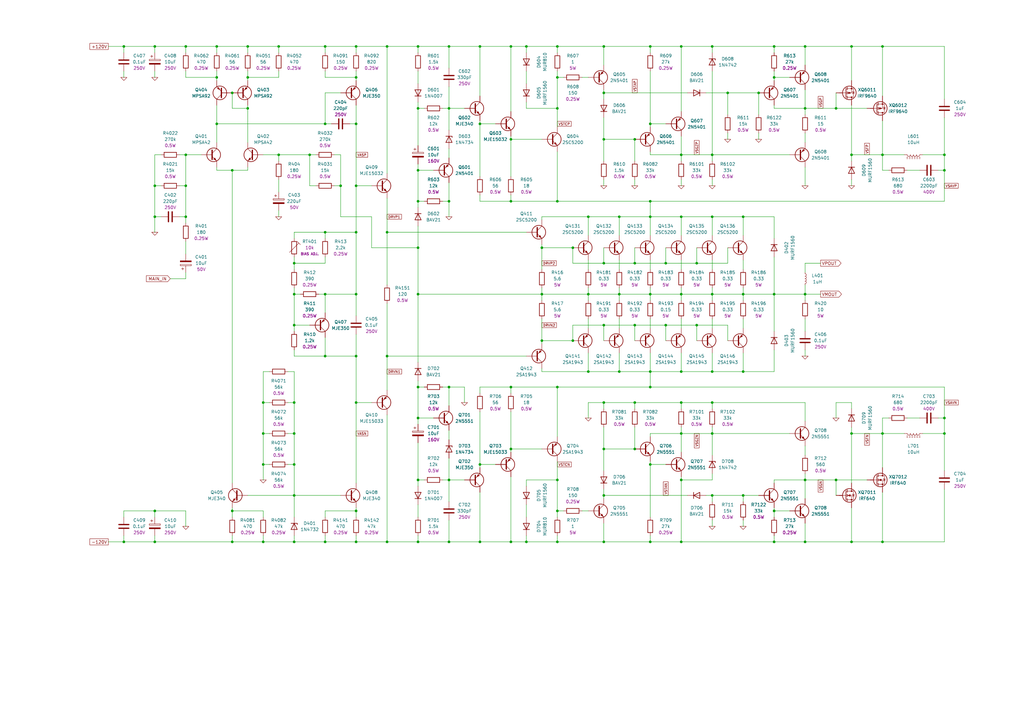
<source format=kicad_sch>
(kicad_sch (version 20211123) (generator eeschema)
  (paper "A3")
  (title_block (title "1400 WATTS RMS CLASS-TD\\nAUDIO POWER AMPLIFIER\\nFOR 4-OHMS LOUDSPEAKER") (date "2022-07-30") (company "MATRIX 1.4 IV T13"))
  (junction (at 63.5 88.9))
  (junction (at 101.6 31.75))
  (junction (at 184.15 82.55))
  (junction (at 146.05 76.2))
  (junction (at 133.35 19.05))
  (junction (at 120.65 165.1))
  (junction (at 247.65 38.1))
  (junction (at 107.95 222.25))
  (junction (at 349.25 177.8))
  (junction (at 76.2 76.2))
  (junction (at 292.1 203.2))
  (junction (at 196.85 50.8))
  (junction (at 184.15 222.25))
  (junction (at 76.2 88.9))
  (junction (at 247.65 107.95))
  (junction (at 317.5 19.05))
  (junction (at 228.6 209.55))
  (junction (at 279.4 63.5))
  (junction (at 279.4 120.65))
  (junction (at 241.3 88.9))
  (junction (at 342.9 196.85))
  (junction (at 171.45 120.65))
  (junction (at 260.35 57.15))
  (junction (at 361.95 63.5))
  (junction (at 330.2 120.65))
  (junction (at 196.85 222.25))
  (junction (at 292.1 165.1))
  (junction (at 247.65 57.15))
  (junction (at 146.05 95.25))
  (junction (at 107.95 190.5))
  (junction (at 95.25 38.1))
  (junction (at 101.6 44.45))
  (junction (at 260.35 165.1))
  (junction (at 292.1 19.05))
  (junction (at 298.45 38.1))
  (junction (at 304.8 88.9))
  (junction (at 304.8 120.65))
  (junction (at 95.25 222.25))
  (junction (at 146.05 146.05))
  (junction (at 171.45 196.85))
  (junction (at 63.5 19.05))
  (junction (at 209.55 82.55))
  (junction (at 139.7 76.2))
  (junction (at 133.35 120.65))
  (junction (at 171.45 82.55))
  (junction (at 63.5 209.55))
  (junction (at 88.9 50.8))
  (junction (at 292.1 88.9))
  (junction (at 279.4 196.85))
  (junction (at 273.05 133.35))
  (junction (at 260.35 133.35))
  (junction (at 171.45 222.25))
  (junction (at 387.35 171.45))
  (junction (at 234.95 139.7))
  (junction (at 330.2 44.45))
  (junction (at 114.3 63.5))
  (junction (at 228.6 31.75))
  (junction (at 292.1 177.8))
  (junction (at 63.5 76.2))
  (junction (at 342.9 44.45))
  (junction (at 88.9 31.75))
  (junction (at 133.35 222.25))
  (junction (at 171.45 171.45))
  (junction (at 317.5 31.75))
  (junction (at 279.4 177.8))
  (junction (at 317.5 209.55))
  (junction (at 260.35 107.95))
  (junction (at 228.6 44.45))
  (junction (at 158.75 146.05))
  (junction (at 146.05 120.65))
  (junction (at 292.1 120.65))
  (junction (at 184.15 19.05))
  (junction (at 196.85 19.05))
  (junction (at 254 88.9))
  (junction (at 114.3 19.05))
  (junction (at 222.25 120.65))
  (junction (at 184.15 44.45))
  (junction (at 285.75 107.95))
  (junction (at 50.8 222.25))
  (junction (at 349.25 19.05))
  (junction (at 209.55 19.05))
  (junction (at 266.7 190.5))
  (junction (at 228.6 82.55))
  (junction (at 146.05 165.1))
  (junction (at 76.2 63.5))
  (junction (at 247.65 222.25))
  (junction (at 330.2 222.25))
  (junction (at 184.15 158.75))
  (junction (at 228.6 158.75))
  (junction (at 63.5 222.25))
  (junction (at 120.65 190.5))
  (junction (at 292.1 152.4))
  (junction (at 330.2 196.85))
  (junction (at 120.65 177.8))
  (junction (at 133.35 50.8))
  (junction (at 222.25 139.7))
  (junction (at 209.55 222.25))
  (junction (at 247.65 184.15))
  (junction (at 317.5 120.65))
  (junction (at 120.65 107.95))
  (junction (at 171.45 19.05))
  (junction (at 273.05 107.95))
  (junction (at 247.65 203.2))
  (junction (at 222.25 101.6))
  (junction (at 76.2 19.05))
  (junction (at 127 63.5))
  (junction (at 266.7 152.4))
  (junction (at 209.55 158.75))
  (junction (at 387.35 177.8))
  (junction (at 158.75 19.05))
  (junction (at 266.7 19.05))
  (junction (at 285.75 133.35))
  (junction (at 146.05 31.75))
  (junction (at 50.8 19.05))
  (junction (at 387.35 63.5))
  (junction (at 266.7 158.75))
  (junction (at 215.9 19.05))
  (junction (at 279.4 222.25))
  (junction (at 158.75 222.25))
  (junction (at 260.35 184.15))
  (junction (at 209.55 57.15))
  (junction (at 266.7 50.8))
  (junction (at 292.1 63.5))
  (junction (at 247.65 19.05))
  (junction (at 107.95 177.8))
  (junction (at 88.9 19.05))
  (junction (at 234.95 101.6))
  (junction (at 146.05 209.55))
  (junction (at 241.3 120.65))
  (junction (at 387.35 69.85))
  (junction (at 158.75 95.25))
  (junction (at 209.55 184.15))
  (junction (at 361.95 177.8))
  (junction (at 247.65 133.35))
  (junction (at 266.7 222.25))
  (junction (at 266.7 88.9))
  (junction (at 254 120.65))
  (junction (at 120.65 222.25))
  (junction (at 241.3 152.4))
  (junction (at 215.9 222.25))
  (junction (at 304.8 152.4))
  (junction (at 133.35 146.05))
  (junction (at 228.6 222.25))
  (junction (at 279.4 88.9))
  (junction (at 349.25 222.25))
  (junction (at 171.45 158.75))
  (junction (at 95.25 69.85))
  (junction (at 266.7 120.65))
  (junction (at 184.15 196.85))
  (junction (at 107.95 165.1))
  (junction (at 171.45 69.85))
  (junction (at 349.25 63.5))
  (junction (at 228.6 196.85))
  (junction (at 146.05 19.05))
  (junction (at 171.45 44.45))
  (junction (at 247.65 165.1))
  (junction (at 171.45 101.6))
  (junction (at 120.65 120.65))
  (junction (at 146.05 50.8))
  (junction (at 228.6 19.05))
  (junction (at 95.25 209.55))
  (junction (at 266.7 82.55))
  (junction (at 101.6 19.05))
  (junction (at 317.5 222.25))
  (junction (at 361.95 222.25))
  (junction (at 120.65 203.2))
  (junction (at 304.8 203.2))
  (junction (at 254 152.4))
  (junction (at 279.4 19.05))
  (junction (at 146.05 222.25))
  (junction (at 311.15 38.1))
  (junction (at 279.4 152.4))
  (junction (at 330.2 19.05))
  (junction (at 120.65 133.35))
  (junction (at 279.4 165.1))
  (junction (at 133.35 95.25))
  (junction (at 361.95 19.05))
  (junction (at 196.85 190.5))
  (wire (pts (xy 342.9 171.45) (xy 342.9 165.1)))
  (wire (pts (xy 88.9 19.05) (xy 88.9 21.59)))
  (wire (pts (xy 146.05 29.21) (xy 146.05 31.75)))
  (wire (pts (xy 317.5 43.18) (xy 317.5 44.45)))
  (wire (pts (xy 317.5 208.28) (xy 317.5 209.55)))
  (wire (pts (xy 266.7 130.81) (xy 266.7 134.62)))
  (wire (pts (xy 298.45 107.95) (xy 298.45 101.6)))
  (wire (pts (xy 304.8 120.65) (xy 317.5 120.65)))
  (wire (pts (xy 342.9 44.45) (xy 355.6 44.45)))
  (wire (pts (xy 63.5 222.25) (xy 95.25 222.25)))
  (wire (pts (xy 304.8 152.4) (xy 317.5 152.4)))
  (wire (pts (xy 292.1 88.9) (xy 304.8 88.9)))
  (wire (pts (xy 292.1 194.31) (xy 292.1 196.85)))
  (wire (pts (xy 171.45 82.55) (xy 171.45 85.09)))
  (wire (pts (xy 171.45 82.55) (xy 173.99 82.55)))
  (wire (pts (xy 215.9 41.91) (xy 215.9 44.45)))
  (wire (pts (xy 292.1 213.36) (xy 292.1 215.9)))
  (wire (pts (xy 101.6 43.18) (xy 101.6 44.45)))
  (wire (pts (xy 76.2 31.75) (xy 88.9 31.75)))
  (wire (pts (xy 146.05 208.28) (xy 146.05 209.55)))
  (wire (pts (xy 317.5 209.55) (xy 323.85 209.55)))
  (wire (pts (xy 209.55 168.91) (xy 209.55 184.15)))
  (wire (pts (xy 120.65 177.8) (xy 120.65 190.5)))
  (wire (pts (xy 317.5 31.75) (xy 323.85 31.75)))
  (wire (pts (xy 247.65 214.63) (xy 247.65 222.25)))
  (wire (pts (xy 107.95 190.5) (xy 110.49 190.5)))
  (wire (pts (xy 209.55 19.05) (xy 209.55 45.72)))
  (wire (pts (xy 209.55 222.25) (xy 215.9 222.25)))
  (wire (pts (xy 266.7 120.65) (xy 266.7 123.19)))
  (wire (pts (xy 247.65 38.1) (xy 281.94 38.1)))
  (wire (pts (xy 95.25 222.25) (xy 107.95 222.25)))
  (wire (pts (xy 76.2 76.2) (xy 76.2 88.9)))
  (wire (pts (xy 228.6 189.23) (xy 228.6 196.85)))
  (wire (pts (xy 158.75 222.25) (xy 171.45 222.25)))
  (wire (pts (xy 387.35 48.26) (xy 387.35 63.5)))
  (wire (pts (xy 241.3 106.68) (xy 241.3 110.49)))
  (wire (pts (xy 292.1 196.85) (xy 279.4 196.85)))
  (wire (pts (xy 311.15 54.61) (xy 311.15 57.15)))
  (wire (pts (xy 133.35 50.8) (xy 135.89 50.8)))
  (wire (pts (xy 387.35 177.8) (xy 387.35 193.04)))
  (wire (pts (xy 292.1 106.68) (xy 292.1 110.49)))
  (wire (pts (xy 50.8 222.25) (xy 63.5 222.25)))
  (wire (pts (xy 133.35 120.65) (xy 146.05 120.65)))
  (wire (pts (xy 279.4 165.1) (xy 292.1 165.1)))
  (wire (pts (xy 247.65 107.95) (xy 247.65 101.6)))
  (wire (pts (xy 279.4 177.8) (xy 292.1 177.8)))
  (wire (pts (xy 228.6 62.23) (xy 228.6 82.55)))
  (wire (pts (xy 266.7 19.05) (xy 266.7 21.59)))
  (wire (pts (xy 88.9 69.85) (xy 95.25 69.85)))
  (wire (pts (xy 133.35 138.43) (xy 133.35 146.05)))
  (wire (pts (xy 304.8 144.78) (xy 304.8 152.4)))
  (wire (pts (xy 184.15 158.75) (xy 184.15 166.37)))
  (wire (pts (xy 349.25 63.5) (xy 361.95 63.5)))
  (wire (pts (xy 330.2 196.85) (xy 330.2 204.47)))
  (wire (pts (xy 120.65 203.2) (xy 139.7 203.2)))
  (wire (pts (xy 222.25 88.9) (xy 241.3 88.9)))
  (wire (pts (xy 330.2 44.45) (xy 330.2 46.99)))
  (wire (pts (xy 387.35 158.75) (xy 387.35 171.45)))
  (wire (pts (xy 101.6 203.2) (xy 120.65 203.2)))
  (wire (pts (xy 330.2 44.45) (xy 342.9 44.45)))
  (wire (pts (xy 95.25 219.71) (xy 95.25 222.25)))
  (wire (pts (xy 215.9 19.05) (xy 228.6 19.05)))
  (wire (pts (xy 247.65 73.66) (xy 247.65 76.2)))
  (wire (pts (xy 330.2 143.51) (xy 330.2 146.05)))
  (wire (pts (xy 50.8 219.71) (xy 50.8 222.25)))
  (wire (pts (xy 171.45 196.85) (xy 173.99 196.85)))
  (wire (pts (xy 228.6 31.75) (xy 231.14 31.75)))
  (wire (pts (xy 279.4 152.4) (xy 292.1 152.4)))
  (wire (pts (xy 222.25 118.11) (xy 222.25 120.65)))
  (wire (pts (xy 361.95 171.45) (xy 364.49 171.45)))
  (wire (pts (xy 171.45 120.65) (xy 222.25 120.65)))
  (wire (pts (xy 146.05 165.1) (xy 152.4 165.1)))
  (wire (pts (xy 260.35 133.35) (xy 273.05 133.35)))
  (wire (pts (xy 228.6 19.05) (xy 228.6 21.59)))
  (wire (pts (xy 158.75 81.28) (xy 158.75 95.25)))
  (wire (pts (xy 171.45 44.45) (xy 171.45 59.69)))
  (wire (pts (xy 247.65 175.26) (xy 247.65 184.15)))
  (wire (pts (xy 273.05 107.95) (xy 285.75 107.95)))
  (wire (pts (xy 146.05 19.05) (xy 158.75 19.05)))
  (wire (pts (xy 289.56 38.1) (xy 298.45 38.1)))
  (wire (pts (xy 292.1 165.1) (xy 330.2 165.1)))
  (wire (pts (xy 120.65 152.4) (xy 120.65 165.1)))
  (wire (pts (xy 196.85 201.93) (xy 196.85 222.25)))
  (wire (pts (xy 292.1 130.81) (xy 292.1 134.62)))
  (wire (pts (xy 266.7 106.68) (xy 266.7 110.49)))
  (wire (pts (xy 120.65 203.2) (xy 120.65 212.09)))
  (wire (pts (xy 184.15 44.45) (xy 190.5 44.45)))
  (wire (pts (xy 317.5 88.9) (xy 317.5 97.79)))
  (wire (pts (xy 349.25 19.05) (xy 349.25 33.02)))
  (wire (pts (xy 73.66 63.5) (xy 76.2 63.5)))
  (wire (pts (xy 133.35 146.05) (xy 146.05 146.05)))
  (wire (pts (xy 107.95 190.5) (xy 107.95 177.8)))
  (wire (pts (xy 63.5 88.9) (xy 66.04 88.9)))
  (wire (pts (xy 279.4 73.66) (xy 279.4 76.2)))
  (wire (pts (xy 241.3 88.9) (xy 241.3 96.52)))
  (wire (pts (xy 120.65 97.79) (xy 120.65 95.25)))
  (wire (pts (xy 372.11 69.85) (xy 377.19 69.85)))
  (wire (pts (xy 279.4 106.68) (xy 279.4 110.49)))
  (wire (pts (xy 63.5 219.71) (xy 63.5 222.25)))
  (wire (pts (xy 127 63.5) (xy 127 76.2)))
  (wire (pts (xy 317.5 219.71) (xy 317.5 222.25)))
  (wire (pts (xy 361.95 171.45) (xy 361.95 177.8)))
  (wire (pts (xy 209.55 57.15) (xy 209.55 55.88)))
  (wire (pts (xy 292.1 19.05) (xy 317.5 19.05)))
  (wire (pts (xy 361.95 177.8) (xy 361.95 191.77)))
  (wire (pts (xy 247.65 38.1) (xy 247.65 36.83)))
  (wire (pts (xy 330.2 196.85) (xy 342.9 196.85)))
  (wire (pts (xy 304.8 106.68) (xy 304.8 110.49)))
  (wire (pts (xy 241.3 120.65) (xy 241.3 123.19)))
  (wire (pts (xy 184.15 196.85) (xy 184.15 205.74)))
  (wire (pts (xy 101.6 19.05) (xy 114.3 19.05)))
  (wire (pts (xy 349.25 175.26) (xy 349.25 177.8)))
  (wire (pts (xy 247.65 200.66) (xy 247.65 203.2)))
  (wire (pts (xy 330.2 165.1) (xy 330.2 172.72)))
  (wire (pts (xy 209.55 19.05) (xy 215.9 19.05)))
  (wire (pts (xy 387.35 69.85) (xy 387.35 82.55)))
  (wire (pts (xy 247.65 222.25) (xy 266.7 222.25)))
  (wire (pts (xy 234.95 107.95) (xy 234.95 101.6)))
  (wire (pts (xy 133.35 219.71) (xy 133.35 222.25)))
  (wire (pts (xy 279.4 144.78) (xy 279.4 152.4)))
  (wire (pts (xy 107.95 63.5) (xy 114.3 63.5)))
  (wire (pts (xy 228.6 158.75) (xy 266.7 158.75)))
  (wire (pts (xy 171.45 19.05) (xy 171.45 21.59)))
  (wire (pts (xy 378.46 177.8) (xy 387.35 177.8)))
  (wire (pts (xy 73.66 76.2) (xy 76.2 76.2)))
  (wire (pts (xy 171.45 19.05) (xy 184.15 19.05)))
  (wire (pts (xy 143.51 50.8) (xy 146.05 50.8)))
  (wire (pts (xy 88.9 68.58) (xy 88.9 69.85)))
  (wire (pts (xy 215.9 199.39) (xy 215.9 196.85)))
  (wire (pts (xy 260.35 73.66) (xy 260.35 76.2)))
  (wire (pts (xy 146.05 31.75) (xy 133.35 31.75)))
  (wire (pts (xy 158.75 19.05) (xy 158.75 71.12)))
  (wire (pts (xy 342.9 44.45) (xy 342.9 38.1)))
  (wire (pts (xy 137.16 63.5) (xy 139.7 63.5)))
  (wire (pts (xy 247.65 133.35) (xy 247.65 139.7)))
  (wire (pts (xy 279.4 19.05) (xy 279.4 45.72)))
  (wire (pts (xy 317.5 120.65) (xy 317.5 135.89)))
  (wire (pts (xy 146.05 76.2) (xy 146.05 95.25)))
  (wire (pts (xy 73.66 88.9) (xy 76.2 88.9)))
  (wire (pts (xy 171.45 181.61) (xy 171.45 196.85)))
  (wire (pts (xy 266.7 29.21) (xy 266.7 50.8)))
  (wire (pts (xy 120.65 219.71) (xy 120.65 222.25)))
  (wire (pts (xy 76.2 29.21) (xy 76.2 31.75)))
  (wire (pts (xy 215.9 29.21) (xy 215.9 34.29)))
  (wire (pts (xy 266.7 152.4) (xy 266.7 158.75)))
  (wire (pts (xy 228.6 158.75) (xy 228.6 179.07)))
  (wire (pts (xy 292.1 165.1) (xy 292.1 167.64)))
  (wire (pts (xy 384.81 171.45) (xy 387.35 171.45)))
  (wire (pts (xy 50.8 19.05) (xy 50.8 21.59)))
  (wire (pts (xy 107.95 165.1) (xy 107.95 152.4)))
  (wire (pts (xy 285.75 133.35) (xy 285.75 139.7)))
  (wire (pts (xy 209.55 80.01) (xy 209.55 82.55)))
  (wire (pts (xy 50.8 19.05) (xy 63.5 19.05)))
  (wire (pts (xy 260.35 107.95) (xy 273.05 107.95)))
  (wire (pts (xy 317.5 19.05) (xy 317.5 21.59)))
  (wire (pts (xy 349.25 19.05) (xy 361.95 19.05)))
  (wire (pts (xy 114.3 63.5) (xy 127 63.5)))
  (wire (pts (xy 133.35 222.25) (xy 146.05 222.25)))
  (wire (pts (xy 292.1 120.65) (xy 292.1 123.19)))
  (wire (pts (xy 228.6 209.55) (xy 228.6 212.09)))
  (wire (pts (xy 222.25 120.65) (xy 222.25 123.19)))
  (wire (pts (xy 120.65 107.95) (xy 120.65 110.49)))
  (wire (pts (xy 361.95 69.85) (xy 364.49 69.85)))
  (wire (pts (xy 292.1 63.5) (xy 292.1 66.04)))
  (wire (pts (xy 63.5 19.05) (xy 63.5 21.59)))
  (wire (pts (xy 120.65 120.65) (xy 123.19 120.65)))
  (wire (pts (xy 184.15 74.93) (xy 184.15 82.55)))
  (wire (pts (xy 101.6 31.75) (xy 101.6 33.02)))
  (wire (pts (xy 273.05 107.95) (xy 273.05 101.6)))
  (wire (pts (xy 222.25 101.6) (xy 234.95 101.6)))
  (wire (pts (xy 146.05 146.05) (xy 146.05 165.1)))
  (wire (pts (xy 266.7 190.5) (xy 266.7 212.09)))
  (wire (pts (xy 285.75 107.95) (xy 285.75 101.6)))
  (wire (pts (xy 184.15 19.05) (xy 196.85 19.05)))
  (wire (pts (xy 292.1 175.26) (xy 292.1 177.8)))
  (wire (pts (xy 241.3 88.9) (xy 254 88.9)))
  (wire (pts (xy 76.2 19.05) (xy 76.2 21.59)))
  (wire (pts (xy 241.3 118.11) (xy 241.3 120.65)))
  (wire (pts (xy 330.2 68.58) (xy 330.2 76.2)))
  (wire (pts (xy 171.45 120.65) (xy 171.45 148.59)))
  (wire (pts (xy 247.65 19.05) (xy 266.7 19.05)))
  (wire (pts (xy 298.45 38.1) (xy 311.15 38.1)))
  (wire (pts (xy 171.45 29.21) (xy 171.45 34.29)))
  (wire (pts (xy 260.35 57.15) (xy 260.35 66.04)))
  (wire (pts (xy 330.2 116.84) (xy 330.2 120.65)))
  (wire (pts (xy 196.85 82.55) (xy 209.55 82.55)))
  (wire (pts (xy 266.7 88.9) (xy 266.7 96.52)))
  (wire (pts (xy 120.65 190.5) (xy 120.65 203.2)))
  (wire (pts (xy 266.7 144.78) (xy 266.7 152.4)))
  (wire (pts (xy 196.85 50.8) (xy 203.2 50.8)))
  (wire (pts (xy 133.35 29.21) (xy 133.35 31.75)))
  (wire (pts (xy 292.1 63.5) (xy 323.85 63.5)))
  (wire (pts (xy 222.25 120.65) (xy 241.3 120.65)))
  (wire (pts (xy 120.65 95.25) (xy 133.35 95.25)))
  (wire (pts (xy 361.95 19.05) (xy 361.95 39.37)))
  (wire (pts (xy 298.45 38.1) (xy 298.45 46.99)))
  (wire (pts (xy 349.25 177.8) (xy 361.95 177.8)))
  (wire (pts (xy 209.55 158.75) (xy 209.55 161.29)))
  (wire (pts (xy 184.15 35.56) (xy 184.15 44.45)))
  (wire (pts (xy 222.25 57.15) (xy 209.55 57.15)))
  (wire (pts (xy 254 118.11) (xy 254 120.65)))
  (wire (pts (xy 146.05 120.65) (xy 146.05 129.54)))
  (wire (pts (xy 95.25 209.55) (xy 95.25 212.09)))
  (wire (pts (xy 266.7 82.55) (xy 387.35 82.55)))
  (wire (pts (xy 241.3 152.4) (xy 254 152.4)))
  (wire (pts (xy 88.9 19.05) (xy 101.6 19.05)))
  (wire (pts (xy 95.25 44.45) (xy 101.6 44.45)))
  (wire (pts (xy 118.11 190.5) (xy 120.65 190.5)))
  (wire (pts (xy 76.2 63.5) (xy 76.2 76.2)))
  (wire (pts (xy 292.1 120.65) (xy 304.8 120.65)))
  (wire (pts (xy 330.2 130.81) (xy 330.2 135.89)))
  (wire (pts (xy 349.25 208.28) (xy 349.25 222.25)))
  (wire (pts (xy 234.95 107.95) (xy 247.65 107.95)))
  (wire (pts (xy 361.95 222.25) (xy 387.35 222.25)))
  (wire (pts (xy 209.55 82.55) (xy 228.6 82.55)))
  (wire (pts (xy 215.9 19.05) (xy 215.9 21.59)))
  (wire (pts (xy 63.5 29.21) (xy 63.5 31.75)))
  (wire (pts (xy 209.55 184.15) (xy 209.55 185.42)))
  (wire (pts (xy 279.4 88.9) (xy 279.4 96.52)))
  (wire (pts (xy 222.25 151.13) (xy 222.25 152.4)))
  (wire (pts (xy 196.85 50.8) (xy 196.85 72.39)))
  (wire (pts (xy 317.5 31.75) (xy 317.5 33.02)))
  (wire (pts (xy 196.85 168.91) (xy 196.85 190.5)))
  (wire (pts (xy 158.75 19.05) (xy 171.45 19.05)))
  (wire (pts (xy 171.45 41.91) (xy 171.45 44.45)))
  (wire (pts (xy 120.65 222.25) (xy 133.35 222.25)))
  (wire (pts (xy 330.2 36.83) (xy 330.2 44.45)))
  (wire (pts (xy 181.61 82.55) (xy 184.15 82.55)))
  (wire (pts (xy 190.5 165.1) (xy 190.5 158.75)))
  (wire (pts (xy 209.55 195.58) (xy 209.55 222.25)))
  (wire (pts (xy 171.45 69.85) (xy 171.45 82.55)))
  (wire (pts (xy 120.65 143.51) (xy 120.65 146.05)))
  (wire (pts (xy 304.8 203.2) (xy 311.15 203.2)))
  (wire (pts (xy 158.75 124.46) (xy 158.75 146.05)))
  (wire (pts (xy 114.3 19.05) (xy 114.3 21.59)))
  (wire (pts (xy 222.25 184.15) (xy 209.55 184.15)))
  (wire (pts (xy 304.8 120.65) (xy 304.8 123.19)))
  (wire (pts (xy 101.6 44.45) (xy 101.6 58.42)))
  (wire (pts (xy 266.7 50.8) (xy 266.7 52.07)))
  (wire (pts (xy 133.35 120.65) (xy 133.35 128.27)))
  (wire (pts (xy 292.1 152.4) (xy 304.8 152.4)))
  (wire (pts (xy 133.35 209.55) (xy 133.35 212.09)))
  (wire (pts (xy 384.81 69.85) (xy 387.35 69.85)))
  (wire (pts (xy 349.25 73.66) (xy 349.25 76.2)))
  (wire (pts (xy 184.15 187.96) (xy 184.15 196.85)))
  (wire (pts (xy 247.65 133.35) (xy 260.35 133.35)))
  (wire (pts (xy 152.4 101.6) (xy 171.45 101.6)))
  (wire (pts (xy 107.95 209.55) (xy 107.95 212.09)))
  (wire (pts (xy 292.1 203.2) (xy 292.1 205.74)))
  (wire (pts (xy 184.15 44.45) (xy 184.15 53.34)))
  (wire (pts (xy 266.7 82.55) (xy 266.7 88.9)))
  (wire (pts (xy 266.7 63.5) (xy 279.4 63.5)))
  (wire (pts (xy 222.25 139.7) (xy 234.95 139.7)))
  (wire (pts (xy 241.3 171.45) (xy 241.3 165.1)))
  (wire (pts (xy 63.5 19.05) (xy 76.2 19.05)))
  (wire (pts (xy 133.35 38.1) (xy 139.7 38.1)))
  (wire (pts (xy 101.6 68.58) (xy 101.6 69.85)))
  (wire (pts (xy 228.6 222.25) (xy 247.65 222.25)))
  (wire (pts (xy 266.7 190.5) (xy 266.7 189.23)))
  (wire (pts (xy 361.95 63.5) (xy 370.84 63.5)))
  (wire (pts (xy 133.35 95.25) (xy 133.35 97.79)))
  (wire (pts (xy 266.7 118.11) (xy 266.7 120.65)))
  (wire (pts (xy 247.65 184.15) (xy 247.65 193.04)))
  (wire (pts (xy 120.65 107.95) (xy 133.35 107.95)))
  (wire (pts (xy 76.2 209.55) (xy 63.5 209.55)))
  (wire (pts (xy 76.2 63.5) (xy 82.55 63.5)))
  (wire (pts (xy 254 88.9) (xy 254 96.52)))
  (wire (pts (xy 101.6 19.05) (xy 101.6 21.59)))
  (wire (pts (xy 247.65 57.15) (xy 260.35 57.15)))
  (wire (pts (xy 247.65 203.2) (xy 247.65 204.47)))
  (wire (pts (xy 184.15 176.53) (xy 184.15 180.34)))
  (wire (pts (xy 118.11 165.1) (xy 120.65 165.1)))
  (wire (pts (xy 184.15 222.25) (xy 196.85 222.25)))
  (wire (pts (xy 330.2 54.61) (xy 330.2 58.42)))
  (wire (pts (xy 50.8 29.21) (xy 50.8 31.75)))
  (wire (pts (xy 215.9 207.01) (xy 215.9 212.09)))
  (wire (pts (xy 372.11 171.45) (xy 377.19 171.45)))
  (wire (pts (xy 254 106.68) (xy 254 110.49)))
  (wire (pts (xy 266.7 50.8) (xy 273.05 50.8)))
  (wire (pts (xy 146.05 219.71) (xy 146.05 222.25)))
  (wire (pts (xy 266.7 120.65) (xy 254 120.65)))
  (wire (pts (xy 304.8 88.9) (xy 304.8 96.52)))
  (wire (pts (xy 171.45 67.31) (xy 171.45 69.85)))
  (wire (pts (xy 279.4 165.1) (xy 279.4 167.64)))
  (wire (pts (xy 76.2 114.3) (xy 69.85 114.3)))
  (wire (pts (xy 279.4 118.11) (xy 279.4 120.65)))
  (wire (pts (xy 215.9 44.45) (xy 228.6 44.45)))
  (wire (pts (xy 266.7 222.25) (xy 279.4 222.25)))
  (wire (pts (xy 95.25 209.55) (xy 107.95 209.55)))
  (wire (pts (xy 247.65 40.64) (xy 247.65 38.1)))
  (wire (pts (xy 234.95 133.35) (xy 234.95 139.7)))
  (wire (pts (xy 158.75 170.18) (xy 158.75 222.25)))
  (wire (pts (xy 247.65 107.95) (xy 260.35 107.95)))
  (wire (pts (xy 181.61 158.75) (xy 184.15 158.75)))
  (wire (pts (xy 196.85 19.05) (xy 196.85 39.37)))
  (wire (pts (xy 158.75 146.05) (xy 158.75 160.02)))
  (wire (pts (xy 171.45 207.01) (xy 171.45 212.09)))
  (wire (pts (xy 228.6 219.71) (xy 228.6 222.25)))
  (wire (pts (xy 266.7 88.9) (xy 254 88.9)))
  (wire (pts (xy 279.4 55.88) (xy 279.4 63.5)))
  (wire (pts (xy 273.05 133.35) (xy 285.75 133.35)))
  (wire (pts (xy 304.8 203.2) (xy 304.8 205.74)))
  (wire (pts (xy 190.5 158.75) (xy 184.15 158.75)))
  (wire (pts (xy 118.11 152.4) (xy 120.65 152.4)))
  (wire (pts (xy 342.9 196.85) (xy 355.6 196.85)))
  (wire (pts (xy 228.6 44.45) (xy 228.6 52.07)))
  (wire (pts (xy 88.9 31.75) (xy 88.9 33.02)))
  (wire (pts (xy 304.8 130.81) (xy 304.8 134.62)))
  (wire (pts (xy 184.15 19.05) (xy 184.15 27.94)))
  (wire (pts (xy 76.2 215.9) (xy 76.2 209.55)))
  (wire (pts (xy 260.35 165.1) (xy 279.4 165.1)))
  (wire (pts (xy 279.4 120.65) (xy 266.7 120.65)))
  (wire (pts (xy 234.95 133.35) (xy 247.65 133.35)))
  (wire (pts (xy 266.7 158.75) (xy 387.35 158.75)))
  (wire (pts (xy 95.25 38.1) (xy 95.25 44.45)))
  (wire (pts (xy 114.3 86.36) (xy 114.3 88.9)))
  (wire (pts (xy 317.5 44.45) (xy 330.2 44.45)))
  (wire (pts (xy 215.9 219.71) (xy 215.9 222.25)))
  (wire (pts (xy 330.2 222.25) (xy 349.25 222.25)))
  (wire (pts (xy 342.9 165.1) (xy 349.25 165.1)))
  (wire (pts (xy 247.65 165.1) (xy 247.65 167.64)))
  (wire (pts (xy 184.15 213.36) (xy 184.15 222.25)))
  (wire (pts (xy 241.3 144.78) (xy 241.3 152.4)))
  (wire (pts (xy 66.04 63.5) (xy 63.5 63.5)))
  (wire (pts (xy 50.8 209.55) (xy 63.5 209.55)))
  (wire (pts (xy 266.7 62.23) (xy 266.7 63.5)))
  (wire (pts (xy 222.25 139.7) (xy 222.25 140.97)))
  (wire (pts (xy 254 130.81) (xy 254 134.62)))
  (wire (pts (xy 330.2 120.65) (xy 336.55 120.65)))
  (wire (pts (xy 127 76.2) (xy 129.54 76.2)))
  (wire (pts (xy 215.9 196.85) (xy 228.6 196.85)))
  (wire (pts (xy 254 120.65) (xy 254 123.19)))
  (wire (pts (xy 146.05 31.75) (xy 146.05 33.02)))
  (wire (pts (xy 95.25 208.28) (xy 95.25 209.55)))
  (wire (pts (xy 266.7 152.4) (xy 254 152.4)))
  (wire (pts (xy 196.85 190.5) (xy 203.2 190.5)))
  (wire (pts (xy 292.1 73.66) (xy 292.1 76.2)))
  (wire (pts (xy 215.9 222.25) (xy 228.6 222.25)))
  (wire (pts (xy 139.7 63.5) (xy 139.7 76.2)))
  (wire (pts (xy 279.4 63.5) (xy 279.4 66.04)))
  (wire (pts (xy 44.45 222.25) (xy 50.8 222.25)))
  (wire (pts (xy 184.15 60.96) (xy 184.15 64.77)))
  (wire (pts (xy 361.95 63.5) (xy 361.95 69.85)))
  (wire (pts (xy 317.5 120.65) (xy 330.2 120.65)))
  (wire (pts (xy 88.9 50.8) (xy 88.9 58.42)))
  (wire (pts (xy 247.65 165.1) (xy 260.35 165.1)))
  (wire (pts (xy 120.65 133.35) (xy 120.65 135.89)))
  (wire (pts (xy 292.1 203.2) (xy 304.8 203.2)))
  (wire (pts (xy 44.45 19.05) (xy 50.8 19.05)))
  (wire (pts (xy 254 144.78) (xy 254 152.4)))
  (wire (pts (xy 181.61 44.45) (xy 184.15 44.45)))
  (wire (pts (xy 184.15 82.55) (xy 184.15 88.9)))
  (wire (pts (xy 228.6 209.55) (xy 231.14 209.55)))
  (wire (pts (xy 196.85 222.25) (xy 209.55 222.25)))
  (wire (pts (xy 298.45 133.35) (xy 298.45 139.7)))
  (wire (pts (xy 158.75 95.25) (xy 215.9 95.25)))
  (wire (pts (xy 133.35 105.41) (xy 133.35 107.95)))
  (wire (pts (xy 361.95 201.93) (xy 361.95 222.25)))
  (wire (pts (xy 349.25 43.18) (xy 349.25 63.5)))
  (wire (pts (xy 330.2 107.95) (xy 330.2 111.76)))
  (wire (pts (xy 330.2 194.31) (xy 330.2 196.85)))
  (wire (pts (xy 209.55 57.15) (xy 209.55 72.39)))
  (wire (pts (xy 279.4 63.5) (xy 292.1 63.5)))
  (wire (pts (xy 76.2 111.76) (xy 76.2 114.3)))
  (wire (pts (xy 273.05 190.5) (xy 266.7 190.5)))
  (wire (pts (xy 146.05 50.8) (xy 146.05 76.2)))
  (wire (pts (xy 279.4 195.58) (xy 279.4 196.85)))
  (wire (pts (xy 88.9 29.21) (xy 88.9 31.75)))
  (wire (pts (xy 247.65 19.05) (xy 247.65 26.67)))
  (wire (pts (xy 146.05 222.25) (xy 158.75 222.25)))
  (wire (pts (xy 317.5 198.12) (xy 317.5 196.85)))
  (wire (pts (xy 349.25 222.25) (xy 361.95 222.25)))
  (wire (pts (xy 114.3 73.66) (xy 114.3 78.74)))
  (wire (pts (xy 120.65 105.41) (xy 120.65 107.95)))
  (wire (pts (xy 129.54 63.5) (xy 127 63.5)))
  (wire (pts (xy 63.5 209.55) (xy 63.5 212.09)))
  (wire (pts (xy 107.95 190.5) (xy 107.95 196.85)))
  (wire (pts (xy 146.05 43.18) (xy 146.05 50.8)))
  (wire (pts (xy 133.35 209.55) (xy 146.05 209.55)))
  (wire (pts (xy 107.95 177.8) (xy 107.95 165.1)))
  (wire (pts (xy 311.15 38.1) (xy 311.15 46.99)))
  (wire (pts (xy 266.7 219.71) (xy 266.7 222.25)))
  (wire (pts (xy 101.6 31.75) (xy 114.3 31.75)))
  (wire (pts (xy 285.75 107.95) (xy 298.45 107.95)))
  (wire (pts (xy 289.56 203.2) (xy 292.1 203.2)))
  (wire (pts (xy 120.65 133.35) (xy 127 133.35)))
  (wire (pts (xy 241.3 165.1) (xy 247.65 165.1)))
  (wire (pts (xy 279.4 130.81) (xy 279.4 134.62)))
  (wire (pts (xy 330.2 182.88) (xy 330.2 186.69)))
  (wire (pts (xy 266.7 19.05) (xy 279.4 19.05)))
  (wire (pts (xy 139.7 76.2) (xy 139.7 88.9)))
  (wire (pts (xy 292.1 177.8) (xy 292.1 186.69)))
  (wire (pts (xy 317.5 143.51) (xy 317.5 152.4)))
  (wire (pts (xy 279.4 196.85) (xy 279.4 222.25)))
  (wire (pts (xy 171.45 196.85) (xy 171.45 199.39)))
  (wire (pts (xy 137.16 76.2) (xy 139.7 76.2)))
  (wire (pts (xy 304.8 88.9) (xy 317.5 88.9)))
  (wire (pts (xy 361.95 177.8) (xy 370.84 177.8)))
  (wire (pts (xy 222.25 152.4) (xy 241.3 152.4)))
  (wire (pts (xy 120.65 146.05) (xy 133.35 146.05)))
  (wire (pts (xy 361.95 19.05) (xy 387.35 19.05)))
  (wire (pts (xy 279.4 222.25) (xy 317.5 222.25)))
  (wire (pts (xy 361.95 49.53) (xy 361.95 63.5)))
  (wire (pts (xy 196.85 80.01) (xy 196.85 82.55)))
  (wire (pts (xy 120.65 165.1) (xy 120.65 177.8)))
  (wire (pts (xy 146.05 19.05) (xy 146.05 21.59)))
  (wire (pts (xy 114.3 63.5) (xy 114.3 66.04)))
  (wire (pts (xy 266.7 177.8) (xy 279.4 177.8)))
  (wire (pts (xy 330.2 19.05) (xy 330.2 26.67)))
  (wire (pts (xy 152.4 88.9) (xy 152.4 101.6)))
  (wire (pts (xy 133.35 19.05) (xy 133.35 21.59)))
  (wire (pts (xy 196.85 161.29) (xy 196.85 158.75)))
  (wire (pts (xy 120.65 118.11) (xy 120.65 120.65)))
  (wire (pts (xy 266.7 88.9) (xy 279.4 88.9)))
  (wire (pts (xy 107.95 222.25) (xy 120.65 222.25)))
  (wire (pts (xy 107.95 177.8) (xy 110.49 177.8)))
  (wire (pts (xy 63.5 88.9) (xy 63.5 95.25)))
  (wire (pts (xy 266.7 179.07) (xy 266.7 177.8)))
  (wire (pts (xy 101.6 29.21) (xy 101.6 31.75)))
  (wire (pts (xy 317.5 29.21) (xy 317.5 31.75)))
  (wire (pts (xy 222.25 88.9) (xy 222.25 90.17)))
  (wire (pts (xy 63.5 76.2) (xy 63.5 88.9)))
  (wire (pts (xy 139.7 88.9) (xy 152.4 88.9)))
  (wire (pts (xy 387.35 63.5) (xy 387.35 69.85)))
  (wire (pts (xy 330.2 214.63) (xy 330.2 222.25)))
  (wire (pts (xy 228.6 19.05) (xy 247.65 19.05)))
  (wire (pts (xy 279.4 175.26) (xy 279.4 177.8)))
  (wire (pts (xy 285.75 133.35) (xy 298.45 133.35)))
  (wire (pts (xy 292.1 144.78) (xy 292.1 152.4)))
  (wire (pts (xy 146.05 76.2) (xy 152.4 76.2)))
  (wire (pts (xy 146.05 209.55) (xy 146.05 212.09)))
  (wire (pts (xy 171.45 222.25) (xy 184.15 222.25)))
  (wire (pts (xy 130.81 120.65) (xy 133.35 120.65)))
  (wire (pts (xy 114.3 19.05) (xy 133.35 19.05)))
  (wire (pts (xy 158.75 95.25) (xy 158.75 116.84)))
  (wire (pts (xy 196.85 158.75) (xy 209.55 158.75)))
  (wire (pts (xy 228.6 31.75) (xy 228.6 44.45)))
  (wire (pts (xy 330.2 107.95) (xy 336.55 107.95)))
  (wire (pts (xy 342.9 203.2) (xy 342.9 196.85)))
  (wire (pts (xy 387.35 200.66) (xy 387.35 222.25)))
  (wire (pts (xy 222.25 100.33) (xy 222.25 101.6)))
  (wire (pts (xy 88.9 43.18) (xy 88.9 50.8)))
  (wire (pts (xy 222.25 101.6) (xy 222.25 110.49)))
  (wire (pts (xy 292.1 29.21) (xy 292.1 63.5)))
  (wire (pts (xy 273.05 133.35) (xy 273.05 139.7)))
  (wire (pts (xy 133.35 50.8) (xy 133.35 38.1)))
  (wire (pts (xy 292.1 88.9) (xy 292.1 96.52)))
  (wire (pts (xy 260.35 133.35) (xy 260.35 139.7)))
  (wire (pts (xy 107.95 165.1) (xy 110.49 165.1)))
  (wire (pts (xy 349.25 63.5) (xy 349.25 66.04)))
  (wire (pts (xy 171.45 158.75) (xy 171.45 171.45)))
  (wire (pts (xy 304.8 118.11) (xy 304.8 120.65)))
  (wire (pts (xy 209.55 158.75) (xy 228.6 158.75)))
  (wire (pts (xy 317.5 209.55) (xy 317.5 212.09)))
  (wire (pts (xy 171.45 219.71) (xy 171.45 222.25)))
  (wire (pts (xy 171.45 92.71) (xy 171.45 101.6)))
  (wire (pts (xy 222.25 130.81) (xy 222.25 139.7)))
  (wire (pts (xy 387.35 19.05) (xy 387.35 40.64)))
  (wire (pts (xy 260.35 165.1) (xy 260.35 167.64)))
  (wire (pts (xy 330.2 120.65) (xy 330.2 123.19)))
  (wire (pts (xy 298.45 54.61) (xy 298.45 57.15)))
  (wire (pts (xy 63.5 63.5) (xy 63.5 76.2)))
  (wire (pts (xy 114.3 29.21) (xy 114.3 31.75)))
  (wire (pts (xy 196.85 49.53) (xy 196.85 50.8)))
  (wire (pts (xy 247.65 203.2) (xy 281.94 203.2)))
  (wire (pts (xy 292.1 177.8) (xy 323.85 177.8)))
  (wire (pts (xy 292.1 118.11) (xy 292.1 120.65)))
  (wire (pts (xy 228.6 29.21) (xy 228.6 31.75)))
  (wire (pts (xy 317.5 105.41) (xy 317.5 120.65)))
  (wire (pts (xy 279.4 19.05) (xy 292.1 19.05)))
  (wire (pts (xy 184.15 196.85) (xy 190.5 196.85)))
  (wire (pts (xy 146.05 146.05) (xy 146.05 137.16)))
  (wire (pts (xy 247.65 48.26) (xy 247.65 57.15)))
  (wire (pts (xy 76.2 99.06) (xy 76.2 104.14)))
  (wire (pts (xy 173.99 158.75) (xy 171.45 158.75)))
  (wire (pts (xy 171.45 156.21) (xy 171.45 158.75)))
  (wire (pts (xy 146.05 95.25) (xy 146.05 120.65)))
  (wire (pts (xy 254 120.65) (xy 241.3 120.65)))
  (wire (pts (xy 279.4 120.65) (xy 279.4 123.19)))
  (wire (pts (xy 181.61 196.85) (xy 184.15 196.85)))
  (wire (pts (xy 107.95 219.71) (xy 107.95 222.25)))
  (wire (pts (xy 76.2 19.05) (xy 88.9 19.05)))
  (wire (pts (xy 279.4 120.65) (xy 292.1 120.65)))
  (wire (pts (xy 171.45 44.45) (xy 173.99 44.45)))
  (wire (pts (xy 330.2 19.05) (xy 349.25 19.05)))
  (wire (pts (xy 387.35 171.45) (xy 387.35 177.8)))
  (wire (pts (xy 133.35 19.05) (xy 146.05 19.05)))
  (wire (pts (xy 279.4 177.8) (xy 279.4 185.42)))
  (wire (pts (xy 241.3 130.81) (xy 241.3 134.62)))
  (wire (pts (xy 63.5 76.2) (xy 66.04 76.2)))
  (wire (pts (xy 304.8 213.36) (xy 304.8 215.9)))
  (wire (pts (xy 196.85 19.05) (xy 209.55 19.05)))
  (wire (pts (xy 317.5 222.25) (xy 330.2 222.25)))
  (wire (pts (xy 107.95 152.4) (xy 110.49 152.4)))
  (wire (pts (xy 238.76 209.55) (xy 241.3 209.55)))
  (wire (pts (xy 228.6 196.85) (xy 228.6 209.55)))
  (wire (pts (xy 146.05 165.1) (xy 146.05 198.12)))
  (wire (pts (xy 238.76 31.75) (xy 241.3 31.75)))
  (wire (pts (xy 133.35 95.25) (xy 146.05 95.25)))
  (wire (pts (xy 378.46 63.5) (xy 387.35 63.5)))
  (wire (pts (xy 247.65 57.15) (xy 247.65 66.04)))
  (wire (pts (xy 171.45 171.45) (xy 171.45 173.99)))
  (wire (pts (xy 260.35 175.26) (xy 260.35 184.15)))
  (wire (pts (xy 177.8 69.85) (xy 171.45 69.85)))
  (wire (pts (xy 247.65 184.15) (xy 260.35 184.15)))
  (wire (pts (xy 266.7 152.4) (xy 279.4 152.4)))
  (wire (pts (xy 76.2 88.9) (xy 76.2 91.44)))
  (wire (pts (xy 120.65 120.65) (xy 120.65 133.35)))
  (wire (pts (xy 95.25 69.85) (xy 101.6 69.85)))
  (wire (pts (xy 158.75 146.05) (xy 215.9 146.05)))
  (wire (pts (xy 196.85 190.5) (xy 196.85 191.77)))
  (wire (pts (xy 349.25 177.8) (xy 349.25 198.12)))
  (wire (pts (xy 118.11 177.8) (xy 120.65 177.8)))
  (wire (pts (xy 88.9 50.8) (xy 133.35 50.8)))
  (wire (pts (xy 349.25 165.1) (xy 349.25 167.64)))
  (wire (pts (xy 171.45 171.45) (xy 177.8 171.45)))
  (wire (pts (xy 228.6 82.55) (xy 266.7 82.55)))
  (wire (pts (xy 317.5 19.05) (xy 330.2 19.05)))
  (wire (pts (xy 95.25 69.85) (xy 95.25 198.12)))
  (wire (pts (xy 292.1 19.05) (xy 292.1 21.59)))
  (wire (pts (xy 317.5 196.85) (xy 330.2 196.85)))
  (wire (pts (xy 50.8 212.09) (xy 50.8 209.55)))
  (wire (pts (xy 171.45 101.6) (xy 171.45 120.65)))
  (wire (pts (xy 279.4 88.9) (xy 292.1 88.9)))
  (wire (pts (xy 260.35 107.95) (xy 260.35 101.6)))
  (global_label "DRVP1" (shape passive) (at 158.75 88.9 0) (effects (font (size 1.016 1.016))) (property "Intersheet References" "${INTERSHEET_REFS}" (effects hide)))
  (global_label "VSFN" (shape passive) (at 355.6 177.8 270) (effects (font (size 1.016 1.016))) (property "Intersheet References" "${INTERSHEET_REFS}" (effects hide)))
  (global_label "+120V" (shape passive) (at 44.45 19.05 180) (property "Intersheet References" "${INTERSHEET_REFS}" (effects hide)))
  (global_label "-120V" (shape passive) (at 44.45 222.25 180) (property "Intersheet References" "${INTERSHEET_REFS}" (effects hide)))
  (global_label "VSFP" (shape passive) (at 355.6 63.5 90) (effects (font (size 1.016 1.016))) (property "Intersheet References" "${INTERSHEET_REFS}" (effects hide)))
  (global_label "VSAVN" (shape passive) (at 387.35 165.1 0) (effects (font (size 1.016 1.016))) (property "Intersheet References" "${INTERSHEET_REFS}" (effects hide)))
  (global_label "VSGN" (shape passive) (at 336.55 196.85 270) (effects (font (size 1.016 1.016))) (property "Intersheet References" "${INTERSHEET_REFS}" (effects hide)))
  (global_label "VSAVP" (shape passive) (at 387.35 76.2 0) (effects (font (size 1.016 1.016))) (property "Intersheet References" "${INTERSHEET_REFS}" (effects hide)))
  (global_label "DRVN1" (shape passive) (at 158.75 152.4 0) (effects (font (size 1.016 1.016))) (property "Intersheet References" "${INTERSHEET_REFS}" (effects hide)))
  (global_label "VMOUT" (shape output) (at 336.55 120.65 0) (property "Intersheet References" "${INTERSHEET_REFS}" (effects hide)))
  (global_label "VASP" (shape passive) (at 146.05 63.5 0) (effects (font (size 1.016 1.016))) (property "Intersheet References" "${INTERSHEET_REFS}" (effects hide)))
  (global_label "VSTAN" (shape passive) (at 273.05 203.2 90) (effects (font (size 1.016 1.016))) (property "Intersheet References" "${INTERSHEET_REFS}" (effects hide)))
  (global_label "MAIN_IN" (shape input) (at 69.85 114.3 180) (property "Intersheet References" "${INTERSHEET_REFS}" (effects hide)))
  (global_label "DRVP2" (shape passive) (at 222.25 107.95 0) (effects (font (size 1.016 1.016))) (property "Intersheet References" "${INTERSHEET_REFS}" (effects hide)))
  (global_label "VSTAP" (shape passive) (at 260.35 38.1 90) (effects (font (size 1.016 1.016))) (property "Intersheet References" "${INTERSHEET_REFS}" (effects hide)))
  (global_label "VSGZN" (shape passive) (at 285.75 177.8 270) (effects (font (size 1.016 1.016))) (property "Intersheet References" "${INTERSHEET_REFS}" (effects hide)))
  (global_label "VSTCN" (shape passive) (at 228.6 190.5 0) (effects (font (size 1.016 1.016))) (property "Intersheet References" "${INTERSHEET_REFS}" (effects hide)))
  (global_label "VASN" (shape passive) (at 146.05 177.8 0) (effects (font (size 1.016 1.016))) (property "Intersheet References" "${INTERSHEET_REFS}" (effects hide)))
  (global_label "DRVN2" (shape passive) (at 222.25 133.35 0) (effects (font (size 1.016 1.016))) (property "Intersheet References" "${INTERSHEET_REFS}" (effects hide)))
  (global_label "VSGP" (shape passive) (at 336.55 44.45 90) (effects (font (size 1.016 1.016))) (property "Intersheet References" "${INTERSHEET_REFS}" (effects hide)))
  (global_label "VPOUT" (shape output) (at 336.55 107.95 0) (property "Intersheet References" "${INTERSHEET_REFS}" (effects hide)))
  (global_label "VSTCP" (shape passive) (at 228.6 50.8 0) (effects (font (size 1.016 1.016))) (property "Intersheet References" "${INTERSHEET_REFS}" (effects hide)))
  (global_label "VSGZP" (shape passive) (at 285.75 63.5 90) (effects (font (size 1.016 1.016))) (property "Intersheet References" "${INTERSHEET_REFS}" (effects hide)))
  (symbol (lib_id "Device:R") (at 158.75 120.65 180) (unit 1)
    (property "Reference" "R4151" (at 165.1 118.11 0))
    (property "Value" "120" (at 165.1 120.65 0))
    (property "Footprint" "MATRIX_1.4:RESISTOR_AXIAL_0.5W" (effects hide))
    (property "Wattage" "0.5W" (at 165.1 123.19 0))
  )
  (symbol (lib_id "Device:R") (at 209.55 76.2 0) (unit 1)
    (property "Reference" "R605" (at 215.9 73.66 0))
    (property "Value" "18" (at 215.9 76.2 0))
    (property "Footprint" "MATRIX_1.4:RESISTOR_AXIAL_0.5W" (effects hide))
    (property "Wattage" "0.5W" (at 215.9 78.74 0))
  )
  (symbol (lib_id "Device:R") (at 279.4 171.45 180) (unit 1)
    (property "Reference" "R7101" (at 285.75 168.91 0))
    (property "Value" "33k" (at 285.75 171.45 0))
    (property "Footprint" "MATRIX_1.4:RESISTOR_AXIAL_0.5W" (effects hide))
    (property "Wattage" "0.5W" (at 285.75 173.99 0))
  )
  (symbol (lib_id "MATRIX_1.4:D") (at 215.9 25.4 90) (unit 1)
    (property "Reference" "D604" (at 220.98 25.4 0))
    (property "Value" "MUR810" (at 223.52 25.4 0))
    (property "Footprint" "MATRIX_1.4:DIODE_AXIAL_SMALL_GE" (effects hide))
    (property "Spice_Primitive" "D" (effects hide))
    (property "Spice_Model" "MURF1560" (effects hide))
    (property "Spice_Netlist_Enabled" "Y" (effects hide))
    (property "Spice_Lib_File" "spice_models/model.lib" (effects hide))
  )
  (symbol (lib_name "Q_NPN_CBE_2") (lib_id "MATRIX_1.4:Q_NPN_CBE") (at 219.71 95.25 0) (unit 1)
    (property "Reference" "Q411" (at 215.9 87.63 0))
    (property "Value" "2SC5200" (at 215.9 90.17 0))
    (property "Footprint" "MATRIX_1.4:TO-264-MIRRORED" (effects hide))
    (property "Spice_Primitive" "Q" (effects hide))
    (property "Spice_Model" "2SC5200" (effects hide))
    (property "Spice_Netlist_Enabled" "Y" (effects hide))
    (property "Spice_Lib_File" "spice_models/model.lib" (effects hide))
  )
  (symbol (lib_id "Device:R") (at 304.8 209.55 180) (unit 1)
    (property "Reference" "R7122" (at 311.15 207.01 0))
    (property "Value" "33k" (at 311.15 209.55 0))
    (property "Footprint" "MATRIX_1.4:RESISTOR_AXIAL_0.5W" (effects hide))
    (property "Wattage" "0.5W" (at 311.15 212.09 0))
  )
  (symbol (lib_name "Q_PNP_CBE_6") (lib_id "MATRIX_1.4:Q_PNP_CBE") (at 226.06 184.15 0) (mirror x) (unit 1)
    (property "Reference" "Q704" (at 234.95 182.88 0))
    (property "Value" "2SA1943" (at 234.95 185.42 0))
    (property "Footprint" "MATRIX_1.4:TO-264-MIRRORED" (effects hide))
    (property "Spice_Primitive" "Q" (effects hide))
    (property "Spice_Model" "2SA1943" (effects hide))
    (property "Spice_Netlist_Enabled" "Y" (effects hide))
    (property "Spice_Lib_File" "spice_models/model.lib" (effects hide))
  )
  (symbol (lib_id "Device:C") (at 50.8 215.9 180) (unit 1)
    (property "Reference" "C409" (at 57.15 213.36 0))
    (property "Value" "0.1uF" (at 57.15 215.9 0))
    (property "Footprint" "MATRIX_1.4:0.1uF_250V_Vishay_Roederstein_MKT_1822" (effects hide))
    (property "Voltage" "250V" (at 57.15 218.44 0))
  )
  (symbol (lib_id "Device:R") (at 368.3 171.45 90) (unit 1)
    (property "Reference" "R714" (at 368.3 162.56 90))
    (property "Value" "680" (at 368.3 165.1 90))
    (property "Footprint" "MATRIX_1.4:RESISTOR_AXIAL_0.5W" (effects hide))
    (property "Wattage" "0.5W" (at 368.3 167.64 90))
  )
  (symbol (lib_id "pspice:0") (at 279.4 76.2 0) (unit 1)
    (property "Reference" "#GND?" (effects hide))
    (property "Value" "0" (effects hide))
  )
  (symbol (lib_id "MATRIX_1.4:D") (at 317.5 101.6 90) (mirror x) (unit 1)
    (property "Reference" "D402" (at 322.58 101.6 0))
    (property "Value" "MURF1560" (at 325.12 101.6 0))
    (property "Footprint" "MATRIX_1.4:DIODE_AXIAL_SMALL_GE" (effects hide))
    (property "Spice_Primitive" "D" (effects hide))
    (property "Spice_Model" "MURF1560" (effects hide))
    (property "Spice_Netlist_Enabled" "Y" (effects hide))
    (property "Spice_Lib_File" "spice_models/model.lib" (effects hide))
  )
  (symbol (lib_id "Device:R") (at 292.1 171.45 180) (unit 1)
    (property "Reference" "R7102" (at 298.45 168.91 0))
    (property "Value" "33k" (at 298.45 171.45 0))
    (property "Footprint" "MATRIX_1.4:RESISTOR_AXIAL_0.5W" (effects hide))
    (property "Wattage" "0.5W" (at 298.45 173.99 0))
  )
  (symbol (lib_id "MATRIX_1.4:D") (at 349.25 69.85 90) (mirror x) (unit 1)
    (property "Reference" "D609" (at 354.33 69.85 0))
    (property "Value" "MURF1560" (at 356.87 69.85 0))
    (property "Footprint" "MATRIX_1.4:DIODE_AXIAL_SMALL_GE" (effects hide))
    (property "Spice_Primitive" "D" (effects hide))
    (property "Spice_Model" "MURF1560" (effects hide))
    (property "Spice_Netlist_Enabled" "Y" (effects hide))
    (property "Spice_Lib_File" "spice_models/model.lib" (effects hide))
  )
  (symbol (lib_id "Device:R") (at 292.1 127 0) (unit 1)
    (property "Reference" "R4195" (at 298.45 124.46 0))
    (property "Value" "0.33" (at 298.45 127 0))
    (property "Footprint" "MATRIX_1.4:RESISTOR_BLOCK_5W" (effects hide))
    (property "Wattage" "5W" (at 298.45 129.54 0))
  )
  (symbol (lib_id "pspice:0") (at 107.95 196.85 0) (unit 1)
    (property "Reference" "#GND0102" (effects hide))
    (property "Value" "0" (effects hide))
  )
  (symbol (lib_name "Q_NPN_CBE_19") (lib_id "MATRIX_1.4:Q_NPN_CBE") (at 302.26 101.6 0) (unit 1)
    (property "Reference" "Q4136" (at 298.45 92.71 0))
    (property "Value" "2SC5200" (at 298.45 95.25 0))
    (property "Footprint" "MATRIX_1.4:TO-264-MIRRORED" (effects hide))
    (property "Spice_Primitive" "Q" (effects hide))
    (property "Spice_Model" "2SC5200" (effects hide))
    (property "Spice_Netlist_Enabled" "Y" (effects hide))
    (property "Spice_Lib_File" "spice_models/model.lib" (effects hide))
  )
  (symbol (lib_name "Q_NPN_CBE_13") (lib_id "MATRIX_1.4:Q_NPN_CBE") (at 314.96 203.2 0) (unit 1)
    (property "Reference" "Q707" (at 323.85 201.93 0))
    (property "Value" "2N5551" (at 323.85 204.47 0))
    (property "Footprint" "MATRIX_1.4:TO-92-EBC" (effects hide))
    (property "Spice_Primitive" "Q" (effects hide))
    (property "Spice_Model" "2N5551" (effects hide))
    (property "Spice_Netlist_Enabled" "Y" (effects hide))
    (property "Spice_Lib_File" "spice_models/model.lib" (effects hide))
  )
  (symbol (lib_id "Device:R") (at 330.2 190.5 0) (unit 1)
    (property "Reference" "R712" (at 336.55 187.96 0))
    (property "Value" "560" (at 336.55 190.5 0))
    (property "Footprint" "MATRIX_1.4:RESISTOR_AXIAL_0.5W" (effects hide))
    (property "Wattage" "0.5W" (at 336.55 193.04 0))
  )
  (symbol (lib_id "Device:R") (at 260.35 171.45 180) (unit 1)
    (property "Reference" "R7082" (at 266.7 168.91 0))
    (property "Value" "33k" (at 266.7 171.45 0))
    (property "Footprint" "MATRIX_1.4:RESISTOR_AXIAL_0.5W" (effects hide))
    (property "Wattage" "0.5W" (at 266.7 173.99 0))
  )
  (symbol (lib_id "Device:C") (at 50.8 25.4 180) (unit 1)
    (property "Reference" "C407" (at 57.15 22.86 0))
    (property "Value" "0.1uF" (at 57.15 25.4 0))
    (property "Footprint" "MATRIX_1.4:0.1uF_250V_Vishay_Roederstein_MKT_1822" (effects hide))
    (property "Voltage" "250V" (at 57.15 27.94 0))
  )
  (symbol (lib_name "Q_PNP_CBE_20") (lib_id "MATRIX_1.4:Q_PNP_CBE") (at 99.06 38.1 0) (mirror x) (unit 1)
    (property "Reference" "Q403" (at 107.95 36.83 0))
    (property "Value" "MPSA92" (at 107.95 39.37 0))
    (property "Footprint" "MATRIX_1.4:TO-92-EBC" (effects hide))
    (property "Spice_Primitive" "Q" (effects hide))
    (property "Spice_Model" "MPSA92" (effects hide))
    (property "Spice_Netlist_Enabled" "Y" (effects hide))
    (property "Spice_Lib_File" "spice_models/model.lib" (effects hide))
  )
  (symbol (lib_id "MATRIX_1.4:Q_PNP_CBE") (at 143.51 38.1 0) (mirror x) (unit 1)
    (property "Reference" "Q406" (at 152.4 36.83 0))
    (property "Value" "MJE350" (at 152.4 39.37 0))
    (property "Footprint" "MATRIX_1.4:TO-225" (effects hide))
    (property "Spice_Primitive" "Q" (effects hide))
    (property "Spice_Model" "MJE350" (effects hide))
    (property "Spice_Netlist_Enabled" "Y" (effects hide))
    (property "Spice_Lib_File" "spice_models/model.lib" (effects hide))
  )
  (symbol (lib_id "Device:R") (at 114.3 165.1 90) (unit 1)
    (property "Reference" "R4072" (at 114.3 168.91 90))
    (property "Value" "56k" (at 114.3 171.45 90))
    (property "Footprint" "MATRIX_1.4:RESISTOR_AXIAL_0.25W" (effects hide))
    (property "Wattage" "0.5W" (at 114.3 173.99 90))
  )
  (symbol (lib_id "Device:R") (at 146.05 215.9 0) (unit 1)
    (property "Reference" "R4142" (at 152.4 213.36 0))
    (property "Value" "47k" (at 152.4 215.9 0))
    (property "Footprint" "MATRIX_1.4:RESISTOR_AXIAL_0.25W" (effects hide))
    (property "Wattage" "0.25W" (at 152.4 218.44 0))
  )
  (symbol (lib_name "Q_NPN_CBE_12") (lib_id "MATRIX_1.4:Q_NPN_CBE") (at 97.79 203.2 0) (mirror y) (unit 1)
    (property "Reference" "Q405" (at 88.9 201.93 0))
    (property "Value" "MJE340" (at 88.9 204.47 0))
    (property "Footprint" "MATRIX_1.4:TO-225" (effects hide))
    (property "Spice_Primitive" "Q" (effects hide))
    (property "Spice_Model" "MJE340" (effects hide))
    (property "Spice_Netlist_Enabled" "Y" (effects hide))
    (property "Spice_Lib_File" "spice_models/model.lib" (effects hide))
  )
  (symbol (lib_id "Device:R") (at 228.6 215.9 0) (unit 1)
    (property "Reference" "R707" (at 234.95 213.36 0))
    (property "Value" "1" (at 234.95 215.9 0))
    (property "Footprint" "MATRIX_1.4:RESISTOR_BLOCK_5W" (effects hide))
    (property "Wattage" "5W" (at 234.95 218.44 0))
  )
  (symbol (lib_id "Device:R") (at 247.65 171.45 180) (unit 1)
    (property "Reference" "R7081" (at 254 168.91 0))
    (property "Value" "33k" (at 254 171.45 0))
    (property "Footprint" "MATRIX_1.4:RESISTOR_AXIAL_0.5W" (effects hide))
    (property "Wattage" "0.5W" (at 254 173.99 0))
  )
  (symbol (lib_id "Device:C") (at 139.7 50.8 90) (unit 1)
    (property "Reference" "C404" (at 139.7 41.91 90))
    (property "Value" "220pF" (at 139.7 44.45 90))
    (property "Footprint" "MATRIX_1.4:CAPACITOR_CERAMIC_STD" (effects hide))
    (property "Voltage" "250V" (at 139.7 46.99 90))
  )
  (symbol (lib_name "Q_NPN_CBE_14") (lib_id "MATRIX_1.4:Q_NPN_CBE") (at 276.86 190.5 0) (unit 1)
    (property "Reference" "Q707" (at 285.75 189.23 0))
    (property "Value" "2N5551" (at 285.75 191.77 0))
    (property "Footprint" "MATRIX_1.4:TO-92-EBC" (effects hide))
    (property "Spice_Primitive" "Q" (effects hide))
    (property "Spice_Model" "2N5551" (effects hide))
    (property "Spice_Netlist_Enabled" "Y" (effects hide))
    (property "Spice_Lib_File" "spice_models/model.lib" (effects hide))
  )
  (symbol (lib_id "pspice:0") (at 190.5 165.1 0) (unit 1)
    (property "Reference" "#GND0114" (effects hide))
    (property "Value" "0" (effects hide))
  )
  (symbol (lib_id "MATRIX_1.4:D") (at 171.45 203.2 90) (unit 1)
    (property "Reference" "D701" (at 177.8 201.93 90))
    (property "Value" "1N4007" (at 177.8 204.47 90))
    (property "Footprint" "MATRIX_1.4:DIODE_AXIAL_SMALL_SI" (effects hide))
    (property "Spice_Primitive" "D" (effects hide))
    (property "Spice_Model" "1N4007" (effects hide))
    (property "Spice_Netlist_Enabled" "Y" (effects hide))
    (property "Spice_Lib_File" "spice_models/model.lib" (effects hide))
  )
  (symbol (lib_name "Q_NPN_CBE_10") (lib_id "MATRIX_1.4:Q_NPN_CBE") (at 143.51 203.2 0) (unit 1)
    (property "Reference" "Q408" (at 152.4 201.93 0))
    (property "Value" "MJE340" (at 152.4 204.47 0))
    (property "Footprint" "MATRIX_1.4:TO-225" (effects hide))
    (property "Spice_Primitive" "Q" (effects hide))
    (property "Spice_Model" "MJE340" (effects hide))
    (property "Spice_Netlist_Enabled" "Y" (effects hide))
    (property "Spice_Lib_File" "spice_models/model.lib" (effects hide))
  )
  (symbol (lib_id "MATRIX_1.4:D") (at 247.65 196.85 270) (mirror x) (unit 1)
    (property "Reference" "D706" (at 254 195.58 90))
    (property "Value" "BAV21" (at 254 198.12 90))
    (property "Footprint" "MATRIX_1.4:DIODE_AXIAL_SMALL_GE" (effects hide))
    (property "Spice_Primitive" "D" (effects hide))
    (property "Spice_Model" "BAV21" (effects hide))
    (property "Spice_Netlist_Enabled" "Y" (effects hide))
    (property "Spice_Lib_File" "spice_models/model.lib" (effects hide))
  )
  (symbol (lib_name "Q_PNP_CBE_20") (lib_id "MATRIX_1.4:Q_PNP_CBE") (at 91.44 38.1 180) (unit 1)
    (property "Reference" "Q404" (at 82.55 36.83 0))
    (property "Value" "MPSA92" (at 82.55 39.37 0))
    (property "Footprint" "MATRIX_1.4:TO-92-EBC" (effects hide))
    (property "Spice_Primitive" "Q" (effects hide))
    (property "Spice_Model" "MPSA92" (effects hide))
    (property "Spice_Netlist_Enabled" "Y" (effects hide))
    (property "Spice_Lib_File" "spice_models/model.lib" (effects hide))
  )
  (symbol (lib_name "Q_PNP_CBE_13") (lib_id "MATRIX_1.4:Q_PNP_CBE") (at 302.26 139.7 0) (mirror x) (unit 1)
    (property "Reference" "Q4146" (at 298.45 146.05 0))
    (property "Value" "2SA1943" (at 298.45 148.59 0))
    (property "Footprint" "MATRIX_1.4:TO-264-MIRRORED" (effects hide))
    (property "Spice_Primitive" "Q" (effects hide))
    (property "Spice_Model" "2SA1943" (effects hide))
    (property "Spice_Netlist_Enabled" "Y" (effects hide))
    (property "Spice_Lib_File" "spice_models/model.lib" (effects hide))
  )
  (symbol (lib_id "Device:R") (at 330.2 127 0) (unit 1)
    (property "Reference" "R420" (at 336.55 124.46 0))
    (property "Value" "10" (at 336.55 127 0))
    (property "Footprint" "MATRIX_1.4:RESISTOR_BLOCK_5W" (effects hide))
    (property "Wattage" "5W" (at 336.55 129.54 0))
  )
  (symbol (lib_id "Device:R") (at 330.2 50.8 0) (unit 1)
    (property "Reference" "R611" (at 336.55 48.26 0))
    (property "Value" "15" (at 336.55 50.8 0))
    (property "Footprint" "MATRIX_1.4:RESISTOR_AXIAL_0.5W" (effects hide))
    (property "Wattage" "0.5W" (at 336.55 53.34 0))
  )
  (symbol (lib_id "Device:R") (at 133.35 101.6 0) (unit 1)
    (property "Reference" "R413" (at 139.7 99.06 0))
    (property "Value" "2.2k" (at 139.7 101.6 0))
    (property "Footprint" "MATRIX_1.4:RESISTOR_AXIAL_0.25W" (effects hide))
    (property "Wattage" "0.25W" (at 139.7 104.14 0))
  )
  (symbol (lib_id "Device:R") (at 114.3 190.5 90) (unit 1)
    (property "Reference" "R4074" (at 114.3 194.31 90))
    (property "Value" "56k" (at 114.3 196.85 90))
    (property "Footprint" "MATRIX_1.4:RESISTOR_AXIAL_0.25W" (effects hide))
    (property "Wattage" "0.5W" (at 114.3 199.39 90))
  )
  (symbol (lib_id "Device:R") (at 177.8 82.55 90) (unit 1)
    (property "Reference" "R603" (at 177.8 73.66 90))
    (property "Value" "12k" (at 177.8 76.2 90))
    (property "Footprint" "MATRIX_1.4:RESISTOR_AXIAL_0.5W" (effects hide))
    (property "Wattage" "0.5W" (at 177.8 78.74 90))
  )
  (symbol (lib_id "MATRIX_1.4:D") (at 285.75 203.2 0) (mirror x) (unit 1)
    (property "Reference" "D706" (at 285.75 208.28 0))
    (property "Value" "BAV21" (at 285.75 210.82 0))
    (property "Footprint" "MATRIX_1.4:DIODE_AXIAL_SMALL_GE" (effects hide))
    (property "Spice_Primitive" "D" (effects hide))
    (property "Spice_Model" "BAV21" (effects hide))
    (property "Spice_Netlist_Enabled" "Y" (effects hide))
    (property "Spice_Lib_File" "spice_models/model.lib" (effects hide))
  )
  (symbol (lib_id "MATRIX_1.4:D") (at 171.45 88.9 270) (unit 1)
    (property "Reference" "D602" (at 177.8 87.63 90))
    (property "Value" "BAV21" (at 177.8 90.17 90))
    (property "Footprint" "MATRIX_1.4:DIODE_AXIAL_SMALL_SI" (effects hide))
    (property "Spice_Primitive" "D" (effects hide))
    (property "Spice_Model" "1N4007" (effects hide))
    (property "Spice_Netlist_Enabled" "Y" (effects hide))
    (property "Spice_Lib_File" "spice_models/model.lib" (effects hide))
  )
  (symbol (lib_id "MATRIX_1.4:D") (at 171.45 152.4 270) (unit 1)
    (property "Reference" "D702" (at 177.8 151.13 90))
    (property "Value" "BAV21" (at 177.8 153.67 90))
    (property "Footprint" "MATRIX_1.4:DIODE_AXIAL_SMALL_SI" (effects hide))
    (property "Spice_Primitive" "D" (effects hide))
    (property "Spice_Model" "1N4007" (effects hide))
    (property "Spice_Netlist_Enabled" "Y" (effects hide))
    (property "Spice_Lib_File" "spice_models/model.lib" (effects hide))
  )
  (symbol (lib_id "Device:C") (at 330.2 139.7 180) (unit 1)
    (property "Reference" "C406" (at 336.55 137.16 0))
    (property "Value" "0.1uF" (at 336.55 139.7 0))
    (property "Footprint" "MATRIX_1.4:0.1uF_250V_Vishay_Roederstein_MKT_1822" (effects hide))
    (property "Voltage" "250V" (at 336.55 142.24 0))
  )
  (symbol (lib_id "Device:R") (at 279.4 114.3 0) (unit 1)
    (property "Reference" "R4184" (at 285.75 111.76 0))
    (property "Value" "0.33" (at 285.75 114.3 0))
    (property "Footprint" "MATRIX_1.4:RESISTOR_BLOCK_5W" (effects hide))
    (property "Wattage" "5W" (at 285.75 116.84 0))
  )
  (symbol (lib_name "Q_PNP_CBE_22") (lib_id "MATRIX_1.4:Q_PNP_CBE") (at 264.16 57.15 0) (mirror x) (unit 1)
    (property "Reference" "Q606" (at 273.05 55.88 0))
    (property "Value" "2N5401" (at 273.05 58.42 0))
    (property "Footprint" "MATRIX_1.4:TO-92-EBC" (effects hide))
    (property "Spice_Primitive" "Q" (effects hide))
    (property "Spice_Model" "2N5401" (effects hide))
    (property "Spice_Netlist_Enabled" "Y" (effects hide))
    (property "Spice_Lib_File" "spice_models/model.lib" (effects hide))
  )
  (symbol (lib_id "Device:R") (at 311.15 50.8 0) (unit 1)
    (property "Reference" "R6122" (at 317.5 48.26 0))
    (property "Value" "33k" (at 317.5 50.8 0))
    (property "Footprint" "MATRIX_1.4:RESISTOR_AXIAL_0.5W" (effects hide))
    (property "Wattage" "0.5W" (at 317.5 53.34 0))
  )
  (symbol (lib_name "Q_NMOS_DGS_1") (lib_id "MATRIX_1.4:Q_NMOS_DGS") (at 346.71 203.2 0) (unit 1)
    (property "Reference" "XQ7011" (at 355.6 201.93 0))
    (property "Value" "IRF640" (at 355.6 204.47 0))
    (property "Footprint" "MATRIX_1.4:TO-220-MIRRORED" (effects hide))
    (property "Spice_Primitive" "X" (effects hide))
    (property "Spice_Model" "IRF640" (effects hide))
    (property "Spice_Netlist_Enabled" "Y" (effects hide))
    (property "Spice_Lib_File" "spice_models/model.lib" (effects hide))
  )
  (symbol (lib_id "MATRIX_1.4:Q_NPN_CBE") (at 86.36 63.5 0) (unit 1)
    (property "Reference" "Q401" (at 82.55 55.88 0))
    (property "Value" "MPSA42" (at 82.55 58.42 0))
    (property "Footprint" "MATRIX_1.4:TO-92-EBC" (effects hide))
    (property "Spice_Primitive" "Q" (effects hide))
    (property "Spice_Model" "MPSA42" (effects hide))
    (property "Spice_Netlist_Enabled" "Y" (effects hide))
    (property "Spice_Lib_File" "spice_models/model.lib" (effects hide))
  )
  (symbol (lib_name "Q_NPN_CBE_24") (lib_id "MATRIX_1.4:Q_NPN_CBE") (at 104.14 63.5 0) (mirror y) (unit 1)
    (property "Reference" "Q402" (at 107.95 55.88 0))
    (property "Value" "MPSA42" (at 107.95 58.42 0))
    (property "Footprint" "MATRIX_1.4:TO-92-EBC" (effects hide))
    (property "Spice_Primitive" "Q" (effects hide))
    (property "Spice_Model" "MPSA42" (effects hide))
    (property "Spice_Netlist_Enabled" "Y" (effects hide))
    (property "Spice_Lib_File" "spice_models/model.lib" (effects hide))
  )
  (symbol (lib_id "pspice:0") (at 247.65 76.2 0) (unit 1)
    (property "Reference" "#GND?" (effects hide))
    (property "Value" "0" (effects hide))
  )
  (symbol (lib_name "Q_PNP_CBE_3") (lib_id "MATRIX_1.4:Q_PNP_CBE") (at 219.71 146.05 0) (mirror x) (unit 1)
    (property "Reference" "Q412" (at 215.9 151.13 0))
    (property "Value" "2SA1943" (at 215.9 153.67 0))
    (property "Footprint" "MATRIX_1.4:TO-264-MIRRORED" (effects hide))
    (property "Spice_Primitive" "Q" (effects hide))
    (property "Spice_Model" "2SA1943" (effects hide))
    (property "Spice_Netlist_Enabled" "Y" (effects hide))
    (property "Spice_Lib_File" "spice_models/model.lib" (effects hide))
  )
  (symbol (lib_name "Q_NPN_CBE_14") (lib_id "MATRIX_1.4:Q_NPN_CBE") (at 181.61 171.45 0) (unit 1)
    (property "Reference" "Q701" (at 190.5 170.18 0))
    (property "Value" "2N5551" (at 190.5 172.72 0))
    (property "Footprint" "MATRIX_1.4:TO-92-EBC" (effects hide))
    (property "Spice_Primitive" "Q" (effects hide))
    (property "Spice_Model" "2N5551" (effects hide))
    (property "Spice_Netlist_Enabled" "Y" (effects hide))
    (property "Spice_Lib_File" "spice_models/model.lib" (effects hide))
  )
  (symbol (lib_name "Q_PNP_CBE_20") (lib_id "MATRIX_1.4:Q_PNP_CBE") (at 245.11 31.75 0) (mirror x) (unit 1)
    (property "Reference" "Q605" (at 254 30.48 0))
    (property "Value" "2N5401" (at 254 33.02 0))
    (property "Footprint" "MATRIX_1.4:TO-92-EBC" (effects hide))
    (property "Spice_Primitive" "Q" (effects hide))
    (property "Spice_Model" "2N5401" (effects hide))
    (property "Spice_Netlist_Enabled" "Y" (effects hide))
    (property "Spice_Lib_File" "spice_models/model.lib" (effects hide))
  )
  (symbol (lib_name "Q_PNP_CBE_2") (lib_id "MATRIX_1.4:Q_PNP_CBE") (at 238.76 139.7 0) (mirror x) (unit 1)
    (property "Reference" "Q4141" (at 234.95 146.05 0))
    (property "Value" "2SA1943" (at 234.95 148.59 0))
    (property "Footprint" "MATRIX_1.4:TO-264-MIRRORED" (effects hide))
    (property "Spice_Primitive" "Q" (effects hide))
    (property "Spice_Model" "2SA1943" (effects hide))
    (property "Spice_Netlist_Enabled" "Y" (effects hide))
    (property "Spice_Lib_File" "spice_models/model.lib" (effects hide))
  )
  (symbol (lib_name "Q_PNP_CBE_12") (lib_id "MATRIX_1.4:Q_PNP_CBE") (at 264.16 139.7 0) (mirror x) (unit 1)
    (property "Reference" "Q4143" (at 260.35 146.05 0))
    (property "Value" "2SA1943" (at 260.35 148.59 0))
    (property "Footprint" "MATRIX_1.4:TO-264-MIRRORED" (effects hide))
    (property "Spice_Primitive" "Q" (effects hide))
    (property "Spice_Model" "2SA1943" (effects hide))
    (property "Spice_Netlist_Enabled" "Y" (effects hide))
    (property "Spice_Lib_File" "spice_models/model.lib" (effects hide))
  )
  (symbol (lib_id "Device:R") (at 292.1 209.55 180) (unit 1)
    (property "Reference" "R711" (at 298.45 207.01 0))
    (property "Value" "15k" (at 298.45 209.55 0))
    (property "Footprint" "MATRIX_1.4:RESISTOR_AXIAL_0.5W" (effects hide))
    (property "Wattage" "0.5W" (at 298.45 212.09 0))
  )
  (symbol (lib_name "Q_NPN_CBE_14") (lib_id "MATRIX_1.4:Q_NPN_CBE") (at 327.66 177.8 0) (unit 1)
    (property "Reference" "Q708" (at 336.55 176.53 0))
    (property "Value" "2N5551" (at 336.55 179.07 0))
    (property "Footprint" "MATRIX_1.4:TO-92-EBC" (effects hide))
    (property "Spice_Primitive" "Q" (effects hide))
    (property "Spice_Model" "2N5551" (effects hide))
    (property "Spice_Netlist_Enabled" "Y" (effects hide))
    (property "Spice_Lib_File" "spice_models/model.lib" (effects hide))
  )
  (symbol (lib_name "Q_PNP_CBE_20") (lib_id "MATRIX_1.4:Q_PNP_CBE") (at 181.61 69.85 0) (mirror x) (unit 1)
    (property "Reference" "Q601" (at 190.5 68.58 0))
    (property "Value" "2N5401" (at 190.5 71.12 0))
    (property "Footprint" "MATRIX_1.4:TO-92-EBC" (effects hide))
    (property "Spice_Primitive" "Q" (effects hide))
    (property "Spice_Model" "2N5401" (effects hide))
    (property "Spice_Netlist_Enabled" "Y" (effects hide))
    (property "Spice_Lib_File" "spice_models/model.lib" (effects hide))
  )
  (symbol (lib_id "Device:R") (at 196.85 165.1 0) (unit 1)
    (property "Reference" "R706" (at 203.2 162.56 0))
    (property "Value" "56" (at 203.2 165.1 0))
    (property "Footprint" "MATRIX_1.4:RESISTOR_AXIAL_0.5W" (effects hide))
    (property "Wattage" "0.5W" (at 203.2 167.64 0))
  )
  (symbol (lib_name "Q_PNP_CBE_9") (lib_id "MATRIX_1.4:Q_PNP_CBE") (at 207.01 190.5 0) (mirror x) (unit 1)
    (property "Reference" "Q703" (at 203.2 182.88 0))
    (property "Value" "MJE15033" (at 203.2 185.42 0))
    (property "Footprint" "MATRIX_1.4:TO-220-MIRRORED" (effects hide))
    (property "Spice_Primitive" "Q" (effects hide))
    (property "Spice_Model" "MJE15033" (effects hide))
    (property "Spice_Netlist_Enabled" "Y" (effects hide))
    (property "Spice_Lib_File" "spice_models/model.lib" (effects hide))
  )
  (symbol (lib_name "Q_NPN_CBE_15") (lib_id "MATRIX_1.4:Q_NPN_CBE") (at 327.66 209.55 0) (unit 1)
    (property "Reference" "Q708" (at 336.55 208.28 0))
    (property "Value" "2N5551" (at 336.55 210.82 0))
    (property "Footprint" "MATRIX_1.4:TO-92-EBC" (effects hide))
    (property "Spice_Primitive" "Q" (effects hide))
    (property "Spice_Model" "2N5551" (effects hide))
    (property "Spice_Netlist_Enabled" "Y" (effects hide))
    (property "Spice_Lib_File" "spice_models/model.lib" (effects hide))
  )
  (symbol (lib_id "MATRIX_1.4:D_Zener") (at 184.15 184.15 270) (unit 1)
    (property "Reference" "D703" (at 190.5 182.88 90))
    (property "Value" "1N4734" (at 190.5 185.42 90))
    (property "Footprint" "MATRIX_1.4:DIODE_AXIAL_SMALL_SI" (effects hide))
    (property "Spice_Primitive" "D" (effects hide))
    (property "Spice_Netlist_Enabled" "Y" (effects hide))
    (property "Spice_Lib_File" "spice_models/model.lib" (effects hide))
    (property "Spice_Model" "1N4734" (effects hide))
  )
  (symbol (lib_id "Device:R") (at 228.6 25.4 0) (unit 1)
    (property "Reference" "R607" (at 234.95 22.86 0))
    (property "Value" "1" (at 234.95 25.4 0))
    (property "Footprint" "MATRIX_1.4:RESISTOR_BLOCK_5W" (effects hide))
    (property "Wattage" "5W" (at 234.95 27.94 0))
  )
  (symbol (lib_id "Device:R") (at 69.85 63.5 270) (unit 1)
    (property "Reference" "R4022" (at 69.85 54.61 90))
    (property "Value" "270k" (at 69.85 57.15 90))
    (property "Footprint" "MATRIX_1.4:RESISTOR_AXIAL_0.5W" (effects hide))
    (property "Wattage" "0.5W" (at 69.85 59.69 90))
  )
  (symbol (lib_id "MATRIX_1.4:D_Zener") (at 184.15 57.15 270) (unit 1)
    (property "Reference" "D603" (at 190.5 55.88 90))
    (property "Value" "1N4734" (at 190.5 58.42 90))
    (property "Footprint" "MATRIX_1.4:DIODE_AXIAL_SMALL_SI" (effects hide))
    (property "Spice_Primitive" "D" (effects hide))
    (property "Spice_Netlist_Enabled" "Y" (effects hide))
    (property "Spice_Lib_File" "spice_models/model.lib" (effects hide))
    (property "Spice_Model" "1N4734" (effects hide))
  )
  (symbol (lib_id "Device:R") (at 196.85 76.2 0) (unit 1)
    (property "Reference" "R606" (at 203.2 73.66 0))
    (property "Value" "56" (at 203.2 76.2 0))
    (property "Footprint" "MATRIX_1.4:RESISTOR_AXIAL_0.5W" (effects hide))
    (property "Wattage" "0.5W" (at 203.2 78.74 0))
  )
  (symbol (lib_id "Device:R") (at 317.5 215.9 0) (unit 1)
    (property "Reference" "R713" (at 323.85 213.36 0))
    (property "Value" "27k" (at 323.85 215.9 0))
    (property "Footprint" "MATRIX_1.4:RESISTOR_AXIAL_0.25W" (effects hide))
    (property "Wattage" "0.25W" (at 323.85 218.44 0))
  )
  (symbol (lib_name "Q_NPN_CBE_4") (lib_id "MATRIX_1.4:Q_NPN_CBE") (at 264.16 101.6 0) (unit 1)
    (property "Reference" "Q4133" (at 260.35 92.71 0))
    (property "Value" "2SC5200" (at 260.35 95.25 0))
    (property "Footprint" "MATRIX_1.4:TO-264-MIRRORED" (effects hide))
    (property "Spice_Primitive" "Q" (effects hide))
    (property "Spice_Model" "2SC5200" (effects hide))
    (property "Spice_Netlist_Enabled" "Y" (effects hide))
    (property "Spice_Lib_File" "spice_models/model.lib" (effects hide))
  )
  (symbol (lib_id "Device:R_Trim") (at 120.65 101.6 0) (unit 1)
    (property "Reference" "RT401" (at 127 99.06 0))
    (property "Value" "5k" (effects hide))
    (property "Footprint" "MATRIX_1.4:RESISTOR_ROUND_TRIMPOT_STD" (effects hide))
    (property "Specification Value" "10k" (at 127 101.6 0))
    (property "Trimming" "t:" (effects hide))
    (property "Description" "BIAS ADJ." (at 127 104.14 0) (effects (font (size 1.016 1.016) bold)))
  )
  (symbol (lib_id "Device:R") (at 254 127 0) (unit 1)
    (property "Reference" "R4192" (at 260.35 124.46 0))
    (property "Value" "0.33" (at 260.35 127 0))
    (property "Footprint" "MATRIX_1.4:RESISTOR_BLOCK_5W" (effects hide))
    (property "Wattage" "5W" (at 260.35 129.54 0))
  )
  (symbol (lib_id "Device:R") (at 133.35 63.5 270) (unit 1)
    (property "Reference" "R4032" (at 133.35 54.61 90))
    (property "Value" "270k" (at 133.35 57.15 90))
    (property "Footprint" "MATRIX_1.4:RESISTOR_AXIAL_0.5W" (effects hide))
    (property "Wattage" "0.5W" (at 133.35 59.69 90))
  )
  (symbol (lib_id "Device:L_Small") (at 330.2 114.3 0) (unit 1)
    (property "Reference" "L401" (at 335.28 113.03 0))
    (property "Value" "1uH" (at 335.28 115.57 0))
    (property "Footprint" "MATRIX_1.4:INDUCTOR_AIR_CORE_3uH_D600mils_L750mils" (effects hide))
  )
  (symbol (lib_id "MATRIX_1.4:D_Zener") (at 292.1 25.4 270) (unit 1)
    (property "Reference" "D608" (at 298.45 24.13 90))
    (property "Value" "1N4742" (at 298.45 26.67 90))
    (property "Footprint" "MATRIX_1.4:DIODE_AXIAL_SMALL_SI" (effects hide))
    (property "Spice_Primitive" "D" (effects hide))
    (property "Spice_Netlist_Enabled" "Y" (effects hide))
    (property "Spice_Lib_File" "spice_models/model.lib" (effects hide))
    (property "Spice_Model" "1N4742" (effects hide))
  )
  (symbol (lib_id "Device:R") (at 177.8 196.85 90) (unit 1)
    (property "Reference" "R702" (at 177.8 187.96 90))
    (property "Value" "12k" (at 177.8 190.5 90))
    (property "Footprint" "MATRIX_1.4:RESISTOR_AXIAL_0.5W" (effects hide))
    (property "Wattage" "0.5W" (at 177.8 193.04 90))
  )
  (symbol (lib_id "Device:R") (at 279.4 127 0) (unit 1)
    (property "Reference" "R4194" (at 285.75 124.46 0))
    (property "Value" "0.33" (at 285.75 127 0))
    (property "Footprint" "MATRIX_1.4:RESISTOR_BLOCK_5W" (effects hide))
    (property "Wattage" "5W" (at 285.75 129.54 0))
  )
  (symbol (lib_id "Device:C_Polarized") (at 171.45 63.5 0) (unit 1)
    (property "Reference" "C601" (at 177.8 60.96 0))
    (property "Value" "10uF" (at 177.8 63.5 0))
    (property "Footprint" "MATRIX_1.4:CAPACITOR_AE_D10mm" (effects hide))
    (property "Voltage" "160V" (at 177.8 66.04 0))
  )
  (symbol (lib_name "Q_PNP_CBE_8") (lib_id "MATRIX_1.4:Q_PNP_CBE") (at 130.81 133.35 0) (mirror x) (unit 1)
    (property "Reference" "Q407" (at 139.7 132.08 0))
    (property "Value" "MJE350" (at 139.7 134.62 0))
    (property "Footprint" "MATRIX_1.4:TO-225" (effects hide))
    (property "Spice_Primitive" "Q" (effects hide))
    (property "Spice_Model" "MJE350" (effects hide))
    (property "Spice_Netlist_Enabled" "Y" (effects hide))
    (property "Spice_Lib_File" "spice_models/model.lib" (effects hide))
  )
  (symbol (lib_id "Device:R") (at 222.25 127 180) (unit 1)
    (property "Reference" "R417" (at 228.6 124.46 0))
    (property "Value" "5.6" (at 228.6 127 0))
    (property "Footprint" "MATRIX_1.4:RESISTOR_BLOCK_5W" (effects hide))
    (property "Wattage" "5W" (at 228.6 129.54 0))
  )
  (symbol (lib_id "Device:R") (at 88.9 25.4 0) (unit 1)
    (property "Reference" "R4061" (at 95.25 22.86 0))
    (property "Value" "56" (at 95.25 25.4 0))
    (property "Footprint" "MATRIX_1.4:RESISTOR_AXIAL_0.25W" (effects hide))
    (property "Wattage" "0.25W" (at 95.25 27.94 0))
  )
  (symbol (lib_id "Device:C") (at 69.85 88.9 90) (unit 1)
    (property "Reference" "C402" (at 69.85 80.01 90))
    (property "Value" "220pF" (at 69.85 82.55 90))
    (property "Footprint" "MATRIX_1.4:CAPACITOR_CERAMIC_STD" (effects hide))
    (property "Voltage" "250V" (at 69.85 85.09 90))
  )
  (symbol (lib_id "Device:R") (at 304.8 127 0) (unit 1)
    (property "Reference" "R4196" (at 311.15 124.46 0))
    (property "Value" "0.33" (at 311.15 127 0))
    (property "Footprint" "MATRIX_1.4:RESISTOR_BLOCK_5W" (effects hide))
    (property "Wattage" "5W" (at 311.15 129.54 0))
  )
  (symbol (lib_id "Device:C") (at 146.05 133.35 180) (unit 1)
    (property "Reference" "C405" (at 152.4 130.81 0))
    (property "Value" "0.1uF" (at 152.4 133.35 0))
    (property "Footprint" "MATRIX_1.4:0.1uF_250V_Vishay_Roederstein_MKT_1822" (effects hide))
    (property "Voltage" "250V" (at 152.4 135.89 0))
  )
  (symbol (lib_id "Device:R") (at 266.7 215.9 180) (unit 1)
    (property "Reference" "R709" (at 273.05 213.36 0))
    (property "Value" "27k" (at 273.05 215.9 0))
    (property "Footprint" "MATRIX_1.4:RESISTOR_AXIAL_0.25W" (effects hide))
    (property "Wattage" "0.25W" (at 273.05 218.44 0))
  )
  (symbol (lib_id "Device:R") (at 260.35 69.85 0) (unit 1)
    (property "Reference" "R6082" (at 266.7 67.31 0))
    (property "Value" "33k" (at 266.7 69.85 0))
    (property "Footprint" "MATRIX_1.4:RESISTOR_AXIAL_0.5W" (effects hide))
    (property "Wattage" "0.5W" (at 266.7 72.39 0))
  )
  (symbol (lib_id "Device:R") (at 209.55 165.1 0) (unit 1)
    (property "Reference" "R705" (at 215.9 162.56 0))
    (property "Value" "18" (at 215.9 165.1 0))
    (property "Footprint" "MATRIX_1.4:RESISTOR_AXIAL_0.5W" (effects hide))
    (property "Wattage" "0.5W" (at 215.9 167.64 0))
  )
  (symbol (lib_id "Device:R") (at 222.25 114.3 180) (unit 1)
    (property "Reference" "R416" (at 228.6 111.76 0))
    (property "Value" "5.6" (at 228.6 114.3 0))
    (property "Footprint" "MATRIX_1.4:RESISTOR_BLOCK_5W" (effects hide))
    (property "Wattage" "5W" (at 228.6 116.84 0))
  )
  (symbol (lib_id "pspice:0") (at 50.8 31.75 0) (unit 1)
    (property "Reference" "#GND?" (effects hide))
    (property "Value" "0" (effects hide))
  )
  (symbol (lib_id "pspice:0") (at 298.45 57.15 0) (unit 1)
    (property "Reference" "#GND?" (effects hide))
    (property "Value" "0" (effects hide))
  )
  (symbol (lib_name "Q_NPN_CBE_14") (lib_id "MATRIX_1.4:Q_NPN_CBE") (at 245.11 209.55 0) (unit 1)
    (property "Reference" "Q705" (at 254 208.28 0))
    (property "Value" "2N5551" (at 254 210.82 0))
    (property "Footprint" "MATRIX_1.4:TO-92-EBC" (effects hide))
    (property "Spice_Primitive" "Q" (effects hide))
    (property "Spice_Model" "2N5551" (effects hide))
    (property "Spice_Netlist_Enabled" "Y" (effects hide))
    (property "Spice_Lib_File" "spice_models/model.lib" (effects hide))
  )
  (symbol (lib_id "Device:L_Ferrite") (at 374.65 63.5 270) (unit 1)
    (property "Reference" "L601" (at 374.65 55.88 90))
    (property "Value" "10uH" (at 374.65 58.42 90))
    (property "Footprint" "MATRIX_1.4:TOROIDAL_INDUCTOR_0077083A7" (effects hide))
  )
  (symbol (lib_id "Device:C") (at 184.15 31.75 180) (unit 1)
    (property "Reference" "C602" (at 190.5 29.21 0))
    (property "Value" "330pF" (at 190.5 31.75 0))
    (property "Footprint" "MATRIX_1.4:CAPACITOR_CERAMIC_LEAD_PITCH_7.62mm" (effects hide))
    (property "Voltage" "250V" (at 190.5 34.29 0))
  )
  (symbol (lib_id "Device:R") (at 171.45 25.4 0) (unit 1)
    (property "Reference" "R601" (at 177.8 22.86 0))
    (property "Value" "1.5k" (at 177.8 25.4 0))
    (property "Footprint" "MATRIX_1.4:RESISTOR_AXIAL_0.5W" (effects hide))
    (property "Wattage" "0.5W" (at 177.8 27.94 0))
  )
  (symbol (lib_id "Device:R") (at 127 120.65 90) (unit 1)
    (property "Reference" "R411" (at 127 124.46 90))
    (property "Value" "390" (at 127 127 90))
    (property "Footprint" "MATRIX_1.4:RESISTOR_AXIAL_0.25W" (effects hide))
    (property "Wattage" "0.25W" (at 127 129.54 90))
  )
  (symbol (lib_id "pspice:0") (at 63.5 95.25 0) (unit 1)
    (property "Reference" "#GND0111" (effects hide))
    (property "Value" "0" (effects hide))
  )
  (symbol (lib_name "Q_PNP_CBE_22") (lib_id "MATRIX_1.4:Q_PNP_CBE") (at 327.66 63.5 0) (mirror x) (unit 1)
    (property "Reference" "Q608" (at 336.55 62.23 0))
    (property "Value" "2N5401" (at 336.55 64.77 0))
    (property "Footprint" "MATRIX_1.4:TO-92-EBC" (effects hide))
    (property "Spice_Primitive" "Q" (effects hide))
    (property "Spice_Model" "2N5401" (effects hide))
    (property "Spice_Netlist_Enabled" "Y" (effects hide))
    (property "Spice_Lib_File" "spice_models/model.lib" (effects hide))
  )
  (symbol (lib_id "MATRIX_1.4:D") (at 171.45 38.1 90) (unit 1)
    (property "Reference" "D601" (at 177.8 36.83 90))
    (property "Value" "1N4007" (at 177.8 39.37 90))
    (property "Footprint" "MATRIX_1.4:DIODE_AXIAL_SMALL_SI" (effects hide))
    (property "Spice_Primitive" "D" (effects hide))
    (property "Spice_Model" "1N4007" (effects hide))
    (property "Spice_Netlist_Enabled" "Y" (effects hide))
    (property "Spice_Lib_File" "spice_models/model.lib" (effects hide))
  )
  (symbol (lib_id "MATRIX_1.4:Q_NMOS_DGS") (at 359.41 196.85 0) (unit 1)
    (property "Reference" "XQ7012" (at 368.3 195.58 0))
    (property "Value" "IRF640" (at 368.3 198.12 0))
    (property "Footprint" "MATRIX_1.4:TO-220-MIRRORED" (effects hide))
    (property "Spice_Primitive" "X" (effects hide))
    (property "Spice_Model" "IRF640" (effects hide))
    (property "Spice_Netlist_Enabled" "Y" (effects hide))
    (property "Spice_Lib_File" "spice_models/model.lib" (effects hide))
  )
  (symbol (lib_name "Q_NPN_CBE_1") (lib_id "MATRIX_1.4:Q_NPN_CBE") (at 251.46 101.6 0) (unit 1)
    (property "Reference" "Q4132" (at 247.65 92.71 0))
    (property "Value" "2SC5200" (at 247.65 95.25 0))
    (property "Footprint" "MATRIX_1.4:TO-264-MIRRORED" (effects hide))
    (property "Spice_Primitive" "Q" (effects hide))
    (property "Spice_Model" "2SC5200" (effects hide))
    (property "Spice_Netlist_Enabled" "Y" (effects hide))
    (property "Spice_Lib_File" "spice_models/model.lib" (effects hide))
  )
  (symbol (lib_id "MATRIX_1.4:D") (at 285.75 38.1 180) (unit 1)
    (property "Reference" "D606" (at 285.75 30.48 0))
    (property "Value" "BAV21" (at 285.75 33.02 0))
    (property "Footprint" "MATRIX_1.4:DIODE_AXIAL_SMALL_GE" (effects hide))
    (property "Spice_Primitive" "D" (effects hide))
    (property "Spice_Model" "BAV21" (effects hide))
    (property "Spice_Netlist_Enabled" "Y" (effects hide))
    (property "Spice_Lib_File" "spice_models/model.lib" (effects hide))
  )
  (symbol (lib_name "Q_PMOS_DGS_1") (lib_id "MATRIX_1.4:Q_PMOS_DGS") (at 346.71 38.1 0) (mirror x) (unit 1)
    (property "Reference" "XQ6011" (at 355.6 36.83 0))
    (property "Value" "IRF9640" (at 355.6 39.37 0))
    (property "Footprint" "MATRIX_1.4:TO-220-MIRRORED" (effects hide))
    (property "Spice_Primitive" "X" (effects hide))
    (property "Spice_Model" "IRF9640" (effects hide))
    (property "Spice_Netlist_Enabled" "Y" (effects hide))
    (property "Spice_Lib_File" "spice_models/model.lib" (effects hide))
  )
  (symbol (lib_id "Device:R") (at 247.65 69.85 0) (unit 1)
    (property "Reference" "R610" (at 254 67.31 0))
    (property "Value" "1.5k" (at 254 69.85 0))
    (property "Footprint" "MATRIX_1.4:RESISTOR_AXIAL_0.25W" (effects hide))
    (property "Wattage" "0.5W" (at 254 72.39 0))
  )
  (symbol (lib_id "pspice:0") (at 330.2 76.2 0) (unit 1)
    (property "Reference" "#GND?" (effects hide))
    (property "Value" "0" (effects hide))
  )
  (symbol (lib_id "Device:R") (at 133.35 25.4 0) (unit 1)
    (property "Reference" "R4091" (at 139.7 22.86 0))
    (property "Value" "150" (at 139.7 25.4 0))
    (property "Footprint" "MATRIX_1.4:RESISTOR_AXIAL_0.25W" (effects hide))
    (property "Wattage" "0.25W" (at 139.7 27.94 0))
  )
  (symbol (lib_id "Device:R") (at 107.95 215.9 0) (unit 1)
    (property "Reference" "R4082" (at 114.3 213.36 0))
    (property "Value" "47k" (at 114.3 215.9 0))
    (property "Footprint" "MATRIX_1.4:RESISTOR_AXIAL_0.25W" (effects hide))
    (property "Wattage" "0.25W" (at 114.3 218.44 0))
  )
  (symbol (lib_id "MATRIX_1.4:D") (at 215.9 215.9 90) (unit 1)
    (property "Reference" "D704" (at 220.98 215.9 0))
    (property "Value" "MUR810" (at 223.52 215.9 0))
    (property "Footprint" "MATRIX_1.4:DIODE_AXIAL_SMALL_GE" (effects hide))
    (property "Spice_Primitive" "D" (effects hide))
    (property "Spice_Model" "MURF1560" (effects hide))
    (property "Spice_Netlist_Enabled" "Y" (effects hide))
    (property "Spice_Lib_File" "spice_models/model.lib" (effects hide))
  )
  (symbol (lib_name "Q_NPN_CBE_23") (lib_id "MATRIX_1.4:Q_NPN_CBE") (at 156.21 76.2 0) (unit 1)
    (property "Reference" "Q409" (at 152.4 68.58 0))
    (property "Value" "MJE15032" (at 152.4 71.12 0))
    (property "Footprint" "MATRIX_1.4:TO-220-MIRRORED" (effects hide))
    (property "Spice_Primitive" "Q" (effects hide))
    (property "Spice_Model" "MJE15032" (effects hide))
    (property "Spice_Netlist_Enabled" "Y" (effects hide))
    (property "Spice_Lib_File" "spice_models/model.lib" (effects hide))
  )
  (symbol (lib_id "MATRIX_1.4:Q_PMOS_DGS") (at 359.41 44.45 0) (mirror x) (unit 1)
    (property "Reference" "XQ6012" (at 368.3 43.18 0))
    (property "Value" "IRF9640" (at 368.3 45.72 0))
    (property "Footprint" "MATRIX_1.4:TO-220-MIRRORED" (effects hide))
    (property "Spice_Primitive" "X" (effects hide))
    (property "Spice_Model" "IRF9640" (effects hide))
    (property "Spice_Netlist_Enabled" "Y" (effects hide))
    (property "Spice_Lib_File" "spice_models/model.lib" (effects hide))
  )
  (symbol (lib_id "MATRIX_1.4:D_Zener") (at 120.65 215.9 270) (unit 1)
    (property "Reference" "D401" (at 127 214.63 90))
    (property "Value" "1N4732" (at 127 217.17 90))
    (property "Footprint" "MATRIX_1.4:DIODE_AXIAL_SMALL_SI" (effects hide))
    (property "Spice_Primitive" "D" (effects hide))
    (property "Spice_Netlist_Enabled" "Y" (effects hide))
    (property "Spice_Lib_File" "spice_models/model.lib" (effects hide))
    (property "Spice_Model" "1N4732" (effects hide))
  )
  (symbol (lib_id "pspice:0") (at 311.15 57.15 0) (unit 1)
    (property "Reference" "#GND?" (effects hide))
    (property "Value" "0" (effects hide))
  )
  (symbol (lib_id "Device:C") (at 387.35 196.85 180) (unit 1)
    (property "Reference" "C704" (at 393.7 194.31 0))
    (property "Value" "1uF" (at 393.7 196.85 0))
    (property "Footprint" "MATRIX_1.4:1uF_250V_Vishay_Roederstein_MKT_1822" (effects hide))
    (property "Voltage" "250V" (at 393.7 199.39 0))
  )
  (symbol (lib_id "Device:R") (at 114.3 177.8 90) (unit 1)
    (property "Reference" "R4073" (at 114.3 181.61 90))
    (property "Value" "56k" (at 114.3 184.15 90))
    (property "Footprint" "MATRIX_1.4:RESISTOR_AXIAL_0.25W" (effects hide))
    (property "Wattage" "0.5W" (at 114.3 186.69 90))
  )
  (symbol (lib_id "pspice:0") (at 76.2 215.9 0) (unit 1)
    (property "Reference" "#GND?" (effects hide))
    (property "Value" "0" (effects hide))
  )
  (symbol (lib_id "Device:R") (at 120.65 139.7 0) (unit 1)
    (property "Reference" "R410" (at 127 137.16 0))
    (property "Value" "1.2k" (at 127 139.7 0))
    (property "Footprint" "MATRIX_1.4:RESISTOR_AXIAL_0.25W" (effects hide))
    (property "Wattage" "0.25W" (at 127 142.24 0))
  )
  (symbol (lib_id "Device:C_Polarized") (at 171.45 177.8 0) (unit 1)
    (property "Reference" "C701" (at 177.8 175.26 0))
    (property "Value" "10uF" (at 177.8 177.8 0))
    (property "Footprint" "MATRIX_1.4:CAPACITOR_AE_D10mm" (effects hide))
    (property "Voltage" "160V" (at 177.8 180.34 0))
  )
  (symbol (lib_name "Q_PNP_CBE_21") (lib_id "MATRIX_1.4:Q_PNP_CBE") (at 327.66 31.75 0) (mirror x) (unit 1)
    (property "Reference" "Q608" (at 336.55 30.48 0))
    (property "Value" "2N5401" (at 336.55 33.02 0))
    (property "Footprint" "MATRIX_1.4:TO-92-EBC" (effects hide))
    (property "Spice_Primitive" "Q" (effects hide))
    (property "Spice_Model" "2N5401" (effects hide))
    (property "Spice_Netlist_Enabled" "Y" (effects hide))
    (property "Spice_Lib_File" "spice_models/model.lib" (effects hide))
  )
  (symbol (lib_id "pspice:0") (at 184.15 88.9 0) (unit 1)
    (property "Reference" "#GND0113" (effects hide))
    (property "Value" "0" (effects hide))
  )
  (symbol (lib_id "Device:R") (at 298.45 50.8 0) (unit 1)
    (property "Reference" "R611" (at 304.8 48.26 0))
    (property "Value" "15k" (at 304.8 50.8 0))
    (property "Footprint" "MATRIX_1.4:RESISTOR_AXIAL_0.5W" (effects hide))
    (property "Wattage" "0.5W" (at 304.8 53.34 0))
  )
  (symbol (lib_id "MATRIX_1.4:D") (at 215.9 203.2 90) (unit 1)
    (property "Reference" "D705" (at 220.98 203.2 0))
    (property "Value" "MURF1560" (at 223.52 203.2 0))
    (property "Footprint" "MATRIX_1.4:DIODE_AXIAL_SMALL_GE" (effects hide))
    (property "Spice_Primitive" "D" (effects hide))
    (property "Spice_Model" "MURF1560" (effects hide))
    (property "Spice_Netlist_Enabled" "Y" (effects hide))
    (property "Spice_Lib_File" "spice_models/model.lib" (effects hide))
  )
  (symbol (lib_id "Device:C") (at 381 69.85 270) (unit 1)
    (property "Reference" "C603" (at 381 73.66 90))
    (property "Value" "2200pF" (at 381 76.2 90))
    (property "Footprint" "MATRIX_1.4:0.0022uF_400V_Vishay_Roederstein_MKT_1822" (effects hide))
    (property "Voltage" "400V" (at 381 78.74 90))
  )
  (symbol (lib_id "Device:R") (at 171.45 215.9 0) (unit 1)
    (property "Reference" "R701" (at 177.8 213.36 0))
    (property "Value" "1.5k" (at 177.8 215.9 0))
    (property "Footprint" "MATRIX_1.4:RESISTOR_AXIAL_0.5W" (effects hide))
    (property "Wattage" "0.5W" (at 177.8 218.44 0))
  )
  (symbol (lib_id "Device:L_Ferrite") (at 374.65 177.8 270) (unit 1)
    (property "Reference" "L701" (at 374.65 182.88 90))
    (property "Value" "10uH" (at 374.65 185.42 90))
    (property "Footprint" "MATRIX_1.4:TOROIDAL_INDUCTOR_0077083A7" (effects hide))
  )
  (symbol (lib_id "pspice:0") (at 304.8 215.9 0) (unit 1)
    (property "Reference" "#GND?" (effects hide))
    (property "Value" "0" (effects hide))
  )
  (symbol (lib_id "Device:R") (at 279.4 69.85 0) (unit 1)
    (property "Reference" "R6101" (at 285.75 67.31 0))
    (property "Value" "33k" (at 285.75 69.85 0))
    (property "Footprint" "MATRIX_1.4:RESISTOR_AXIAL_0.5W" (effects hide))
    (property "Wattage" "0.5W" (at 285.75 72.39 0))
  )
  (symbol (lib_name "Q_NPN_CBE_8") (lib_id "MATRIX_1.4:Q_NPN_CBE") (at 226.06 57.15 0) (unit 1)
    (property "Reference" "Q604" (at 234.95 55.88 0))
    (property "Value" "2SC5200" (at 234.95 58.42 0))
    (property "Footprint" "MATRIX_1.4:TO-264-MIRRORED" (effects hide))
    (property "Spice_Primitive" "Q" (effects hide))
    (property "Spice_Model" "2SC5200" (effects hide))
    (property "Spice_Netlist_Enabled" "Y" (effects hide))
    (property "Spice_Lib_File" "spice_models/model.lib" (effects hide))
  )
  (symbol (lib_id "pspice:0") (at 63.5 31.75 0) (unit 1)
    (property "Reference" "#GND?" (effects hide))
    (property "Value" "0" (effects hide))
  )
  (symbol (lib_name "Q_PNP_CBE_22") (lib_id "MATRIX_1.4:Q_PNP_CBE") (at 276.86 50.8 0) (mirror x) (unit 1)
    (property "Reference" "Q607" (at 285.75 49.53 0))
    (property "Value" "2N5401" (at 285.75 52.07 0))
    (property "Footprint" "MATRIX_1.4:TO-92-EBC" (effects hide))
    (property "Spice_Primitive" "Q" (effects hide))
    (property "Spice_Model" "2N5401" (effects hide))
    (property "Spice_Netlist_Enabled" "Y" (effects hide))
    (property "Spice_Lib_File" "spice_models/model.lib" (effects hide))
  )
  (symbol (lib_name "Q_NPN_CBE_3") (lib_id "MATRIX_1.4:Q_NPN_CBE") (at 238.76 101.6 0) (unit 1)
    (property "Reference" "Q4131" (at 234.95 92.71 0))
    (property "Value" "2SC5200" (at 234.95 95.25 0))
    (property "Footprint" "MATRIX_1.4:TO-264-MIRRORED" (effects hide))
    (property "Spice_Primitive" "Q" (effects hide))
    (property "Spice_Model" "2SC5200" (effects hide))
    (property "Spice_Netlist_Enabled" "Y" (effects hide))
    (property "Spice_Lib_File" "spice_models/model.lib" (effects hide))
  )
  (symbol (lib_id "pspice:0") (at 349.25 76.2 0) (unit 1)
    (property "Reference" "#GND0108" (effects hide))
    (property "Value" "0" (effects hide))
  )
  (symbol (lib_name "Q_PNP_CBE_22") (lib_id "MATRIX_1.4:Q_PNP_CBE") (at 314.96 38.1 0) (mirror x) (unit 1)
    (property "Reference" "Q607" (at 323.85 36.83 0))
    (property "Value" "2N5401" (at 323.85 39.37 0))
    (property "Footprint" "MATRIX_1.4:TO-92-EBC" (effects hide))
    (property "Spice_Primitive" "Q" (effects hide))
    (property "Spice_Model" "2N5401" (effects hide))
    (property "Spice_Netlist_Enabled" "Y" (effects hide))
    (property "Spice_Lib_File" "spice_models/model.lib" (effects hide))
  )
  (symbol (lib_name "Q_NPN_CBE_18") (lib_id "MATRIX_1.4:Q_NPN_CBE") (at 289.56 101.6 0) (unit 1)
    (property "Reference" "Q4135" (at 285.75 92.71 0))
    (property "Value" "2SC5200" (at 285.75 95.25 0))
    (property "Footprint" "MATRIX_1.4:TO-264-MIRRORED" (effects hide))
    (property "Spice_Primitive" "Q" (effects hide))
    (property "Spice_Model" "2SC5200" (effects hide))
    (property "Spice_Netlist_Enabled" "Y" (effects hide))
    (property "Spice_Lib_File" "spice_models/model.lib" (effects hide))
  )
  (symbol (lib_id "Device:R") (at 120.65 114.3 0) (unit 1)
    (property "Reference" "R412" (at 127 111.76 0))
    (property "Value" "390" (at 127 114.3 0))
    (property "Footprint" "MATRIX_1.4:RESISTOR_AXIAL_0.25W" (effects hide))
    (property "Wattage" "0.25W" (at 127 116.84 0))
  )
  (symbol (lib_id "Device:R") (at 133.35 215.9 0) (unit 1)
    (property "Reference" "R4141" (at 139.7 213.36 0))
    (property "Value" "470" (at 139.7 215.9 0))
    (property "Footprint" "MATRIX_1.4:RESISTOR_AXIAL_0.25W" (effects hide))
    (property "Wattage" "0.25W" (at 139.7 218.44 0))
  )
  (symbol (lib_id "Device:C_Polarized") (at 63.5 25.4 0) (unit 1)
    (property "Reference" "C408" (at 69.85 22.86 0))
    (property "Value" "10uF" (at 69.85 25.4 0))
    (property "Footprint" "MATRIX_1.4:CAPACITOR_AE_D10mm" (effects hide))
    (property "Voltage" "250V" (at 69.85 27.94 0))
  )
  (symbol (lib_id "Device:R") (at 266.7 114.3 0) (unit 1)
    (property "Reference" "R4183" (at 273.05 111.76 0))
    (property "Value" "0.33" (at 273.05 114.3 0))
    (property "Footprint" "MATRIX_1.4:RESISTOR_BLOCK_5W" (effects hide))
    (property "Wattage" "5W" (at 273.05 116.84 0))
  )
  (symbol (lib_id "Device:R") (at 177.8 158.75 270) (unit 1)
    (property "Reference" "R703" (at 177.8 162.56 90))
    (property "Value" "12k" (at 177.8 165.1 90))
    (property "Footprint" "MATRIX_1.4:RESISTOR_AXIAL_0.5W" (effects hide))
    (property "Wattage" "0.5W" (at 177.8 167.64 90))
  )
  (symbol (lib_id "pspice:0") (at 260.35 76.2 0) (unit 1)
    (property "Reference" "#GND?" (effects hide))
    (property "Value" "0" (effects hide))
  )
  (symbol (lib_id "Device:R") (at 114.3 69.85 0) (unit 1)
    (property "Reference" "R404" (at 120.65 67.31 0))
    (property "Value" "180" (at 120.65 69.85 0))
    (property "Footprint" "MATRIX_1.4:RESISTOR_AXIAL_0.25W" (effects hide))
    (property "Wattage" "0.25W" (at 120.65 72.39 0))
  )
  (symbol (lib_id "MATRIX_1.4:D") (at 349.25 171.45 90) (mirror x) (unit 1)
    (property "Reference" "D709" (at 354.33 171.45 0))
    (property "Value" "MURF1560" (at 356.87 171.45 0))
    (property "Footprint" "MATRIX_1.4:DIODE_AXIAL_SMALL_GE" (effects hide))
    (property "Spice_Primitive" "D" (effects hide))
    (property "Spice_Model" "MURF1560" (effects hide))
    (property "Spice_Netlist_Enabled" "Y" (effects hide))
    (property "Spice_Lib_File" "spice_models/model.lib" (effects hide))
  )
  (symbol (lib_id "Device:R") (at 234.95 209.55 90) (unit 1)
    (property "Reference" "R708" (at 234.95 200.66 90))
    (property "Value" "150" (at 234.95 203.2 90))
    (property "Footprint" "MATRIX_1.4:RESISTOR_AXIAL_0.25W" (effects hide))
    (property "Wattage" "0.25W" (at 234.95 205.74 90))
  )
  (symbol (lib_id "MATRIX_1.4:D") (at 215.9 38.1 90) (unit 1)
    (property "Reference" "D605" (at 220.98 38.1 0))
    (property "Value" "MURF1560" (at 223.52 38.1 0))
    (property "Footprint" "MATRIX_1.4:DIODE_AXIAL_SMALL_GE" (effects hide))
    (property "Spice_Primitive" "D" (effects hide))
    (property "Spice_Model" "MURF1560" (effects hide))
    (property "Spice_Netlist_Enabled" "Y" (effects hide))
    (property "Spice_Lib_File" "spice_models/model.lib" (effects hide))
  )
  (symbol (lib_id "Device:C_Polarized") (at 114.3 82.55 0) (unit 1)
    (property "Reference" "C403" (at 120.65 80.01 0))
    (property "Value" "220uF" (at 120.65 82.55 0))
    (property "Footprint" "MATRIX_1.4:CAPACITOR_AE_D10mm" (effects hide))
    (property "Voltage" "50V" (at 120.65 85.09 0))
  )
  (symbol (lib_id "Device:R") (at 76.2 95.25 0) (unit 1)
    (property "Reference" "R401" (at 82.55 92.71 0))
    (property "Value" "180" (at 82.55 95.25 0))
    (property "Footprint" "MATRIX_1.4:RESISTOR_AXIAL_0.25W" (effects hide))
    (property "Wattage" "0.25W" (at 82.55 97.79 0))
  )
  (symbol (lib_id "pspice:0") (at 241.3 171.45 0) (unit 1)
    (property "Reference" "#GND?" (effects hide))
    (property "Value" "0" (effects hide))
  )
  (symbol (lib_name "Q_PNP_CBE_14") (lib_id "MATRIX_1.4:Q_PNP_CBE") (at 289.56 139.7 0) (mirror x) (unit 1)
    (property "Reference" "Q4145" (at 285.75 146.05 0))
    (property "Value" "2SA1943" (at 285.75 148.59 0))
    (property "Footprint" "MATRIX_1.4:TO-264-MIRRORED" (effects hide))
    (property "Spice_Primitive" "Q" (effects hide))
    (property "Spice_Model" "2SA1943" (effects hide))
    (property "Spice_Netlist_Enabled" "Y" (effects hide))
    (property "Spice_Lib_File" "spice_models/model.lib" (effects hide))
  )
  (symbol (lib_name "Q_PNP_CBE_1") (lib_id "MATRIX_1.4:Q_PNP_CBE") (at 251.46 139.7 0) (mirror x) (unit 1)
    (property "Reference" "Q4142" (at 247.65 146.05 0))
    (property "Value" "2SA1943" (at 247.65 148.59 0))
    (property "Footprint" "MATRIX_1.4:TO-264-MIRRORED" (effects hide))
    (property "Spice_Primitive" "Q" (effects hide))
    (property "Spice_Model" "2SA1943" (effects hide))
    (property "Spice_Netlist_Enabled" "Y" (effects hide))
    (property "Spice_Lib_File" "spice_models/model.lib" (effects hide))
  )
  (symbol (lib_id "Device:R") (at 241.3 114.3 0) (unit 1)
    (property "Reference" "R4181" (at 247.65 111.76 0))
    (property "Value" "0.33" (at 247.65 114.3 0))
    (property "Footprint" "MATRIX_1.4:RESISTOR_BLOCK_5W" (effects hide))
    (property "Wattage" "5W" (at 247.65 116.84 0))
  )
  (symbol (lib_id "Device:R") (at 95.25 215.9 0) (unit 1)
    (property "Reference" "R4081" (at 101.6 213.36 0))
    (property "Value" "470" (at 101.6 215.9 0))
    (property "Footprint" "MATRIX_1.4:RESISTOR_AXIAL_0.25W" (effects hide))
    (property "Wattage" "0.25W" (at 101.6 218.44 0))
  )
  (symbol (lib_id "Device:R") (at 304.8 114.3 0) (unit 1)
    (property "Reference" "R4186" (at 311.15 111.76 0))
    (property "Value" "0.33" (at 311.15 114.3 0))
    (property "Footprint" "MATRIX_1.4:RESISTOR_BLOCK_5W" (effects hide))
    (property "Wattage" "5W" (at 311.15 116.84 0))
  )
  (symbol (lib_id "Device:C") (at 381 171.45 270) (unit 1)
    (property "Reference" "C703" (at 381 162.56 90))
    (property "Value" "2200pF" (at 381 165.1 90))
    (property "Footprint" "MATRIX_1.4:0.0022uF_400V_Vishay_Roederstein_MKT_1822" (effects hide))
    (property "Voltage" "400V" (at 381 167.64 90))
  )
  (symbol (lib_name "Q_NPN_CBE_14") (lib_id "MATRIX_1.4:Q_NPN_CBE") (at 264.16 184.15 0) (unit 1)
    (property "Reference" "Q706" (at 273.05 182.88 0))
    (property "Value" "2N5551" (at 273.05 185.42 0))
    (property "Footprint" "MATRIX_1.4:TO-92-EBC" (effects hide))
    (property "Spice_Primitive" "Q" (effects hide))
    (property "Spice_Model" "2N5551" (effects hide))
    (property "Spice_Netlist_Enabled" "Y" (effects hide))
    (property "Spice_Lib_File" "spice_models/model.lib" (effects hide))
  )
  (symbol (lib_id "Device:R") (at 234.95 31.75 90) (unit 1)
    (property "Reference" "R608" (at 234.95 35.56 90))
    (property "Value" "150" (at 234.95 38.1 90))
    (property "Footprint" "MATRIX_1.4:RESISTOR_AXIAL_0.25W" (effects hide))
    (property "Wattage" "0.25W" (at 234.95 40.64 90))
  )
  (symbol (lib_id "Device:C_Polarized") (at 76.2 107.95 0) (mirror x) (unit 1)
    (property "Reference" "C401" (at 82.55 105.41 0))
    (property "Value" "10uF" (at 82.55 107.95 0))
    (property "Footprint" "MATRIX_1.4:CAPACITOR_AE_D7.62mm" (effects hide))
    (property "Voltage" "50V" (at 82.55 110.49 0))
  )
  (symbol (lib_id "Device:R") (at 368.3 69.85 90) (unit 1)
    (property "Reference" "R613" (at 368.3 73.66 90))
    (property "Value" "680" (at 368.3 76.2 90))
    (property "Footprint" "MATRIX_1.4:RESISTOR_AXIAL_0.5W" (effects hide))
    (property "Wattage" "0.5W" (at 368.3 78.74 90))
  )
  (symbol (lib_id "pspice:0") (at 330.2 146.05 0) (unit 1)
    (property "Reference" "#GND0118" (effects hide))
    (property "Value" "0" (effects hide))
  )
  (symbol (lib_id "pspice:0") (at 292.1 76.2 0) (unit 1)
    (property "Reference" "#GND?" (effects hide))
    (property "Value" "0" (effects hide))
  )
  (symbol (lib_id "Device:R") (at 114.3 25.4 0) (unit 1)
    (property "Reference" "R4052" (at 120.65 22.86 0))
    (property "Value" "470" (at 120.65 25.4 0))
    (property "Footprint" "MATRIX_1.4:RESISTOR_AXIAL_0.25W" (effects hide))
    (property "Wattage" "0.25W" (at 120.65 27.94 0))
  )
  (symbol (lib_id "Device:R") (at 317.5 25.4 0) (unit 1)
    (property "Reference" "R613" (at 323.85 22.86 0))
    (property "Value" "27k" (at 323.85 25.4 0))
    (property "Footprint" "MATRIX_1.4:RESISTOR_AXIAL_0.25W" (effects hide))
    (property "Wattage" "0.25W" (at 323.85 27.94 0))
  )
  (symbol (lib_id "Device:R") (at 292.1 114.3 0) (unit 1)
    (property "Reference" "R4185" (at 298.45 111.76 0))
    (property "Value" "0.33" (at 298.45 114.3 0))
    (property "Footprint" "MATRIX_1.4:RESISTOR_BLOCK_5W" (effects hide))
    (property "Wattage" "5W" (at 298.45 116.84 0))
  )
  (symbol (lib_id "Device:R") (at 114.3 152.4 90) (unit 1)
    (property "Reference" "R4071" (at 114.3 156.21 90))
    (property "Value" "56k" (at 114.3 158.75 90))
    (property "Footprint" "MATRIX_1.4:RESISTOR_AXIAL_0.25W" (effects hide))
    (property "Wattage" "0.5W" (at 114.3 161.29 90))
  )
  (symbol (lib_name "Q_NPN_CBE_23") (lib_id "MATRIX_1.4:Q_NPN_CBE") (at 207.01 50.8 0) (unit 1)
    (property "Reference" "Q603" (at 203.2 54.61 0))
    (property "Value" "MJE15032" (at 203.2 57.15 0))
    (property "Footprint" "MATRIX_1.4:TO-220-MIRRORED" (effects hide))
    (property "Spice_Primitive" "Q" (effects hide))
    (property "Spice_Model" "MJE15032" (effects hide))
    (property "Spice_Netlist_Enabled" "Y" (effects hide))
    (property "Spice_Lib_File" "spice_models/model.lib" (effects hide))
  )
  (symbol (lib_id "Device:C") (at 184.15 209.55 180) (unit 1)
    (property "Reference" "C702" (at 190.5 207.01 0))
    (property "Value" "330pF" (at 190.5 209.55 0))
    (property "Footprint" "MATRIX_1.4:CAPACITOR_CERAMIC_LEAD_PITCH_7.62mm" (effects hide))
    (property "Voltage" "250V" (at 190.5 212.09 0))
  )
  (symbol (lib_id "Device:R") (at 69.85 76.2 270) (unit 1)
    (property "Reference" "R4021" (at 69.85 67.31 90))
    (property "Value" "15k" (at 69.85 69.85 90))
    (property "Footprint" "MATRIX_1.4:RESISTOR_AXIAL_0.5W" (effects hide))
    (property "Wattage" "0.5W" (at 69.85 72.39 90))
  )
  (symbol (lib_id "MATRIX_1.4:D") (at 317.5 139.7 90) (mirror x) (unit 1)
    (property "Reference" "D403" (at 322.58 139.7 0))
    (property "Value" "MURF1560" (at 325.12 139.7 0))
    (property "Footprint" "MATRIX_1.4:DIODE_AXIAL_SMALL_GE" (effects hide))
    (property "Spice_Primitive" "D" (effects hide))
    (property "Spice_Model" "MURF1560" (effects hide))
    (property "Spice_Netlist_Enabled" "Y" (effects hide))
    (property "Spice_Lib_File" "spice_models/model.lib" (effects hide))
  )
  (symbol (lib_id "MATRIX_1.4:D_Zener") (at 292.1 190.5 270) (unit 1)
    (property "Reference" "D708" (at 298.45 189.23 90))
    (property "Value" "1N4742" (at 298.45 191.77 90))
    (property "Footprint" "MATRIX_1.4:DIODE_AXIAL_SMALL_SI" (effects hide))
    (property "Spice_Primitive" "D" (effects hide))
    (property "Spice_Netlist_Enabled" "Y" (effects hide))
    (property "Spice_Lib_File" "spice_models/model.lib" (effects hide))
    (property "Spice_Model" "1N4742" (effects hide))
  )
  (symbol (lib_id "pspice:0") (at 292.1 215.9 0) (unit 1)
    (property "Reference" "#GND?" (effects hide))
    (property "Value" "0" (effects hide))
  )
  (symbol (lib_id "Device:R") (at 133.35 76.2 270) (unit 1)
    (property "Reference" "R4031" (at 133.35 67.31 90))
    (property "Value" "15k" (at 133.35 69.85 90))
    (property "Footprint" "MATRIX_1.4:RESISTOR_AXIAL_0.5W" (effects hide))
    (property "Wattage" "0.5W" (at 133.35 72.39 90))
  )
  (symbol (lib_id "Device:R") (at 241.3 127 0) (unit 1)
    (property "Reference" "R4191" (at 247.65 124.46 0))
    (property "Value" "0.33" (at 247.65 127 0))
    (property "Footprint" "MATRIX_1.4:RESISTOR_BLOCK_5W" (effects hide))
    (property "Wattage" "5W" (at 247.65 129.54 0))
  )
  (symbol (lib_id "Device:R") (at 266.7 127 0) (unit 1)
    (property "Reference" "R4193" (at 273.05 124.46 0))
    (property "Value" "0.15" (at 273.05 127 0))
    (property "Footprint" "MATRIX_1.4:RESISTOR_BLOCK_5W" (effects hide))
    (property "Wattage" "5W" (at 273.05 129.54 0))
  )
  (symbol (lib_id "Device:R") (at 254 114.3 0) (unit 1)
    (property "Reference" "R4182" (at 260.35 111.76 0))
    (property "Value" "0.33" (at 260.35 114.3 0))
    (property "Footprint" "MATRIX_1.4:RESISTOR_BLOCK_5W" (effects hide))
    (property "Wattage" "5W" (at 260.35 116.84 0))
  )
  (symbol (lib_name "Q_NPN_CBE_5") (lib_id "MATRIX_1.4:Q_NPN_CBE") (at 276.86 101.6 0) (unit 1)
    (property "Reference" "Q4134" (at 273.05 92.71 0))
    (property "Value" "2SC5200" (at 273.05 95.25 0))
    (property "Footprint" "MATRIX_1.4:TO-264-MIRRORED" (effects hide))
    (property "Spice_Primitive" "Q" (effects hide))
    (property "Spice_Model" "2SC5200" (effects hide))
    (property "Spice_Netlist_Enabled" "Y" (effects hide))
    (property "Spice_Lib_File" "spice_models/model.lib" (effects hide))
  )
  (symbol (lib_id "Device:R") (at 101.6 25.4 0) (unit 1)
    (property "Reference" "R4051" (at 107.95 22.86 0))
    (property "Value" "56" (at 107.95 25.4 0))
    (property "Footprint" "MATRIX_1.4:RESISTOR_AXIAL_0.25W" (effects hide))
    (property "Wattage" "0.25W" (at 107.95 27.94 0))
  )
  (symbol (lib_id "Device:R") (at 76.2 25.4 0) (unit 1)
    (property "Reference" "R4062" (at 82.55 22.86 0))
    (property "Value" "470" (at 82.55 25.4 0))
    (property "Footprint" "MATRIX_1.4:RESISTOR_AXIAL_0.25W" (effects hide))
    (property "Wattage" "0.25W" (at 82.55 27.94 0))
  )
  (symbol (lib_name "Q_PNP_CBE_9") (lib_id "MATRIX_1.4:Q_PNP_CBE") (at 156.21 165.1 0) (mirror x) (unit 1)
    (property "Reference" "Q410" (at 152.4 170.18 0))
    (property "Value" "MJE15033" (at 152.4 172.72 0))
    (property "Footprint" "MATRIX_1.4:TO-220-MIRRORED" (effects hide))
    (property "Spice_Primitive" "Q" (effects hide))
    (property "Spice_Model" "MJE15033" (effects hide))
    (property "Spice_Netlist_Enabled" "Y" (effects hide))
    (property "Spice_Lib_File" "spice_models/model.lib" (effects hide))
  )
  (symbol (lib_id "Device:R") (at 146.05 25.4 0) (unit 1)
    (property "Reference" "R4092" (at 152.4 22.86 0))
    (property "Value" "820" (at 152.4 25.4 0))
    (property "Footprint" "MATRIX_1.4:RESISTOR_AXIAL_0.25W" (effects hide))
    (property "Wattage" "0.25W" (at 152.4 27.94 0))
  )
  (symbol (lib_id "Device:R") (at 292.1 69.85 0) (unit 1)
    (property "Reference" "R6102" (at 298.45 67.31 0))
    (property "Value" "33k" (at 298.45 69.85 0))
    (property "Footprint" "MATRIX_1.4:RESISTOR_AXIAL_0.5W" (effects hide))
    (property "Wattage" "0.5W" (at 298.45 72.39 0))
  )
  (symbol (lib_id "MATRIX_1.4:D") (at 247.65 44.45 270) (mirror x) (unit 1)
    (property "Reference" "D606" (at 254 43.18 90))
    (property "Value" "BAV21" (at 254 45.72 90))
    (property "Footprint" "MATRIX_1.4:DIODE_AXIAL_SMALL_GE" (effects hide))
    (property "Spice_Primitive" "D" (effects hide))
    (property "Spice_Model" "BAV21" (effects hide))
    (property "Spice_Netlist_Enabled" "Y" (effects hide))
    (property "Spice_Lib_File" "spice_models/model.lib" (effects hide))
  )
  (symbol (lib_id "pspice:0") (at 114.3 88.9 0) (unit 1)
    (property "Reference" "#GND0116" (effects hide))
    (property "Value" "0" (effects hide))
  )
  (symbol (lib_id "pspice:0") (at 342.9 171.45 0) (unit 1)
    (property "Reference" "#GND?" (effects hide))
    (property "Value" "0" (effects hide))
  )
  (symbol (lib_name "Q_NPN_CBE_10") (lib_id "MATRIX_1.4:Q_NPN_CBE") (at 194.31 44.45 0) (unit 1)
    (property "Reference" "Q602" (at 190.5 48.26 0))
    (property "Value" "MJE340" (at 190.5 50.8 0))
    (property "Footprint" "MATRIX_1.4:TO-225" (effects hide))
    (property "Spice_Primitive" "Q" (effects hide))
    (property "Spice_Model" "MJE340" (effects hide))
    (property "Spice_Netlist_Enabled" "Y" (effects hide))
    (property "Spice_Lib_File" "spice_models/model.lib" (effects hide))
  )
  (symbol (lib_name "Q_PNP_CBE_15") (lib_id "MATRIX_1.4:Q_PNP_CBE") (at 276.86 139.7 0) (mirror x) (unit 1)
    (property "Reference" "Q4144" (at 273.05 146.05 0))
    (property "Value" "2SA1943" (at 273.05 148.59 0))
    (property "Footprint" "MATRIX_1.4:TO-264-MIRRORED" (effects hide))
    (property "Spice_Primitive" "Q" (effects hide))
    (property "Spice_Model" "2SA1943" (effects hide))
    (property "Spice_Netlist_Enabled" "Y" (effects hide))
    (property "Spice_Lib_File" "spice_models/model.lib" (effects hide))
  )
  (symbol (lib_name "Q_PNP_CBE_8") (lib_id "MATRIX_1.4:Q_PNP_CBE") (at 194.31 196.85 0) (mirror x) (unit 1)
    (property "Reference" "Q702" (at 190.5 189.23 0))
    (property "Value" "MJE350" (at 190.5 191.77 0))
    (property "Footprint" "MATRIX_1.4:TO-225" (effects hide))
    (property "Spice_Primitive" "Q" (effects hide))
    (property "Spice_Model" "MJE350" (effects hide))
    (property "Spice_Netlist_Enabled" "Y" (effects hide))
    (property "Spice_Lib_File" "spice_models/model.lib" (effects hide))
  )
  (symbol (lib_id "Device:C") (at 387.35 44.45 180) (unit 1)
    (property "Reference" "C604" (at 393.7 41.91 0))
    (property "Value" "1uF" (at 393.7 44.45 0))
    (property "Footprint" "MATRIX_1.4:0.1uF_250V_Vishay_Roederstein_MKT_1822" (effects hide))
    (property "Voltage" "250V" (at 393.7 46.99 0))
  )
  (symbol (lib_id "Device:C_Polarized") (at 63.5 215.9 0) (unit 1)
    (property "Reference" "C410" (at 69.85 213.36 0))
    (property "Value" "10uF" (at 69.85 215.9 0))
    (property "Footprint" "MATRIX_1.4:CAPACITOR_AE_D10mm" (effects hide))
    (property "Voltage" "250V" (at 69.85 218.44 0))
  )
  (symbol (lib_id "Device:R") (at 177.8 44.45 90) (unit 1)
    (property "Reference" "R602" (at 177.8 48.26 90))
    (property "Value" "12k" (at 177.8 50.8 90))
    (property "Footprint" "MATRIX_1.4:RESISTOR_AXIAL_0.5W" (effects hide))
    (property "Wattage" "0.5W" (at 177.8 53.34 90))
  )
  (symbol (lib_id "Device:R") (at 266.7 25.4 0) (unit 1)
    (property "Reference" "R609" (at 273.05 22.86 0))
    (property "Value" "27k" (at 273.05 25.4 0))
    (property "Footprint" "MATRIX_1.4:RESISTOR_AXIAL_0.25W" (effects hide))
    (property "Wattage" "0.25W" (at 273.05 27.94 0))
  )
)
</source>
